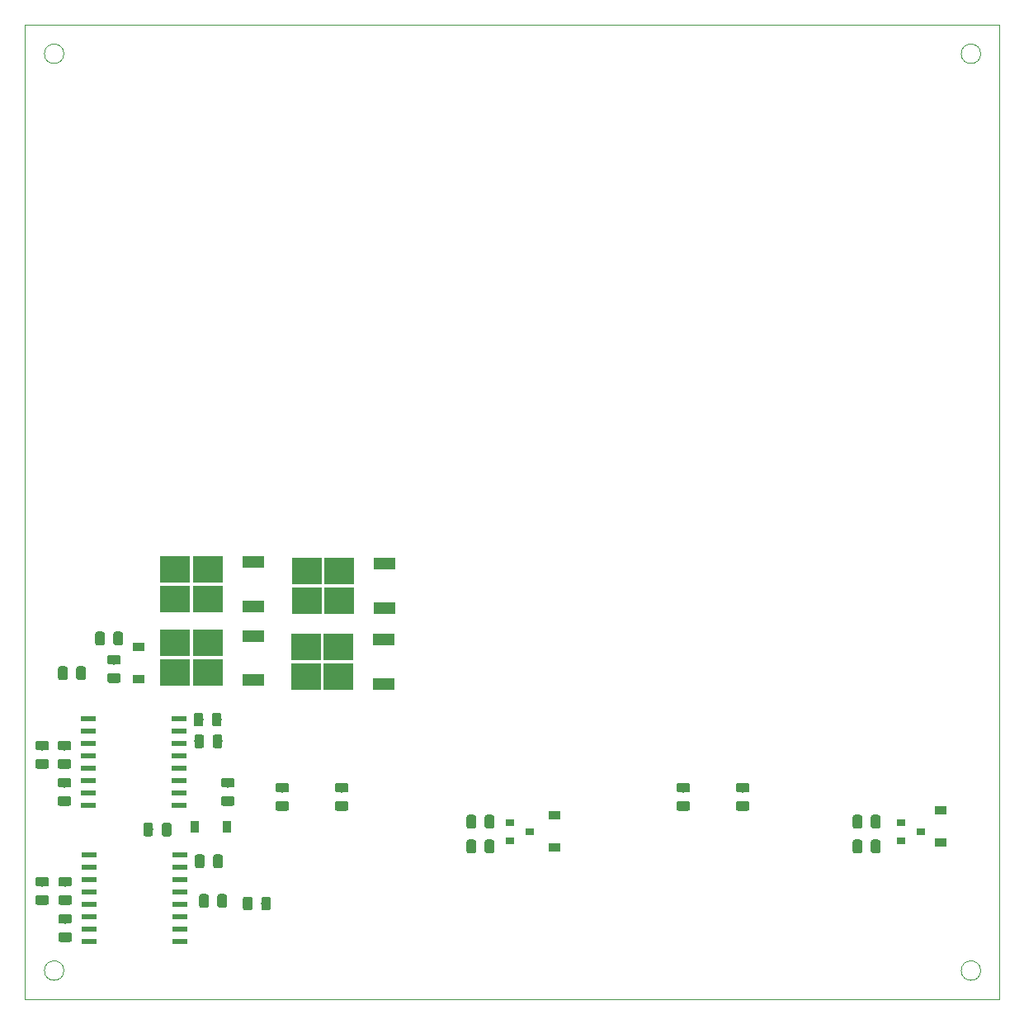
<source format=gbr>
%TF.GenerationSoftware,KiCad,Pcbnew,(5.0.0)*%
%TF.CreationDate,2020-03-24T12:13:02+01:00*%
%TF.ProjectId,Schaltplan_Modul3,536368616C74706C616E5F4D6F64756C,rev?*%
%TF.SameCoordinates,Original*%
%TF.FileFunction,Paste,Top*%
%TF.FilePolarity,Positive*%
%FSLAX46Y46*%
G04 Gerber Fmt 4.6, Leading zero omitted, Abs format (unit mm)*
G04 Created by KiCad (PCBNEW (5.0.0)) date 03/24/20 12:13:02*
%MOMM*%
%LPD*%
G01*
G04 APERTURE LIST*
%ADD10C,0.100000*%
%ADD11C,0.150000*%
%ADD12C,0.975000*%
%ADD13R,0.900000X0.800000*%
%ADD14R,1.200000X0.900000*%
%ADD15R,3.050000X2.750000*%
%ADD16R,2.200000X1.200000*%
%ADD17R,1.500000X0.600000*%
%ADD18R,0.900000X1.200000*%
G04 APERTURE END LIST*
D10*
X94856000Y-142720000D02*
G75*
G03X94856000Y-142720000I-1000000J0D01*
G01*
X188932000Y-142720000D02*
G75*
G03X188932000Y-142720000I-1000000J0D01*
G01*
X188932000Y-48644000D02*
G75*
G03X188932000Y-48644000I-1000000J0D01*
G01*
X94856000Y-48644000D02*
G75*
G03X94856000Y-48644000I-1000000J0D01*
G01*
X190856000Y-45644000D02*
X190856000Y-145644000D01*
X90856000Y-45644000D02*
X90856000Y-145644000D01*
X90856000Y-145644000D02*
X190856000Y-145644000D01*
X90856000Y-45644000D02*
X190856000Y-45644000D01*
D11*
%TO.C,R16*%
G36*
X109011142Y-118495174D02*
X109034803Y-118498684D01*
X109058007Y-118504496D01*
X109080529Y-118512554D01*
X109102153Y-118522782D01*
X109122670Y-118535079D01*
X109141883Y-118549329D01*
X109159607Y-118565393D01*
X109175671Y-118583117D01*
X109189921Y-118602330D01*
X109202218Y-118622847D01*
X109212446Y-118644471D01*
X109220504Y-118666993D01*
X109226316Y-118690197D01*
X109229826Y-118713858D01*
X109231000Y-118737750D01*
X109231000Y-119650250D01*
X109229826Y-119674142D01*
X109226316Y-119697803D01*
X109220504Y-119721007D01*
X109212446Y-119743529D01*
X109202218Y-119765153D01*
X109189921Y-119785670D01*
X109175671Y-119804883D01*
X109159607Y-119822607D01*
X109141883Y-119838671D01*
X109122670Y-119852921D01*
X109102153Y-119865218D01*
X109080529Y-119875446D01*
X109058007Y-119883504D01*
X109034803Y-119889316D01*
X109011142Y-119892826D01*
X108987250Y-119894000D01*
X108499750Y-119894000D01*
X108475858Y-119892826D01*
X108452197Y-119889316D01*
X108428993Y-119883504D01*
X108406471Y-119875446D01*
X108384847Y-119865218D01*
X108364330Y-119852921D01*
X108345117Y-119838671D01*
X108327393Y-119822607D01*
X108311329Y-119804883D01*
X108297079Y-119785670D01*
X108284782Y-119765153D01*
X108274554Y-119743529D01*
X108266496Y-119721007D01*
X108260684Y-119697803D01*
X108257174Y-119674142D01*
X108256000Y-119650250D01*
X108256000Y-118737750D01*
X108257174Y-118713858D01*
X108260684Y-118690197D01*
X108266496Y-118666993D01*
X108274554Y-118644471D01*
X108284782Y-118622847D01*
X108297079Y-118602330D01*
X108311329Y-118583117D01*
X108327393Y-118565393D01*
X108345117Y-118549329D01*
X108364330Y-118535079D01*
X108384847Y-118522782D01*
X108406471Y-118512554D01*
X108428993Y-118504496D01*
X108452197Y-118498684D01*
X108475858Y-118495174D01*
X108499750Y-118494000D01*
X108987250Y-118494000D01*
X109011142Y-118495174D01*
X109011142Y-118495174D01*
G37*
D12*
X108743500Y-119194000D03*
D11*
G36*
X110886142Y-118495174D02*
X110909803Y-118498684D01*
X110933007Y-118504496D01*
X110955529Y-118512554D01*
X110977153Y-118522782D01*
X110997670Y-118535079D01*
X111016883Y-118549329D01*
X111034607Y-118565393D01*
X111050671Y-118583117D01*
X111064921Y-118602330D01*
X111077218Y-118622847D01*
X111087446Y-118644471D01*
X111095504Y-118666993D01*
X111101316Y-118690197D01*
X111104826Y-118713858D01*
X111106000Y-118737750D01*
X111106000Y-119650250D01*
X111104826Y-119674142D01*
X111101316Y-119697803D01*
X111095504Y-119721007D01*
X111087446Y-119743529D01*
X111077218Y-119765153D01*
X111064921Y-119785670D01*
X111050671Y-119804883D01*
X111034607Y-119822607D01*
X111016883Y-119838671D01*
X110997670Y-119852921D01*
X110977153Y-119865218D01*
X110955529Y-119875446D01*
X110933007Y-119883504D01*
X110909803Y-119889316D01*
X110886142Y-119892826D01*
X110862250Y-119894000D01*
X110374750Y-119894000D01*
X110350858Y-119892826D01*
X110327197Y-119889316D01*
X110303993Y-119883504D01*
X110281471Y-119875446D01*
X110259847Y-119865218D01*
X110239330Y-119852921D01*
X110220117Y-119838671D01*
X110202393Y-119822607D01*
X110186329Y-119804883D01*
X110172079Y-119785670D01*
X110159782Y-119765153D01*
X110149554Y-119743529D01*
X110141496Y-119721007D01*
X110135684Y-119697803D01*
X110132174Y-119674142D01*
X110131000Y-119650250D01*
X110131000Y-118737750D01*
X110132174Y-118713858D01*
X110135684Y-118690197D01*
X110141496Y-118666993D01*
X110149554Y-118644471D01*
X110159782Y-118622847D01*
X110172079Y-118602330D01*
X110186329Y-118583117D01*
X110202393Y-118565393D01*
X110220117Y-118549329D01*
X110239330Y-118535079D01*
X110259847Y-118522782D01*
X110281471Y-118512554D01*
X110303993Y-118504496D01*
X110327197Y-118498684D01*
X110350858Y-118495174D01*
X110374750Y-118494000D01*
X110862250Y-118494000D01*
X110886142Y-118495174D01*
X110886142Y-118495174D01*
G37*
D12*
X110618500Y-119194000D03*
%TD*%
D11*
%TO.C,R15*%
G36*
X108936142Y-116270174D02*
X108959803Y-116273684D01*
X108983007Y-116279496D01*
X109005529Y-116287554D01*
X109027153Y-116297782D01*
X109047670Y-116310079D01*
X109066883Y-116324329D01*
X109084607Y-116340393D01*
X109100671Y-116358117D01*
X109114921Y-116377330D01*
X109127218Y-116397847D01*
X109137446Y-116419471D01*
X109145504Y-116441993D01*
X109151316Y-116465197D01*
X109154826Y-116488858D01*
X109156000Y-116512750D01*
X109156000Y-117425250D01*
X109154826Y-117449142D01*
X109151316Y-117472803D01*
X109145504Y-117496007D01*
X109137446Y-117518529D01*
X109127218Y-117540153D01*
X109114921Y-117560670D01*
X109100671Y-117579883D01*
X109084607Y-117597607D01*
X109066883Y-117613671D01*
X109047670Y-117627921D01*
X109027153Y-117640218D01*
X109005529Y-117650446D01*
X108983007Y-117658504D01*
X108959803Y-117664316D01*
X108936142Y-117667826D01*
X108912250Y-117669000D01*
X108424750Y-117669000D01*
X108400858Y-117667826D01*
X108377197Y-117664316D01*
X108353993Y-117658504D01*
X108331471Y-117650446D01*
X108309847Y-117640218D01*
X108289330Y-117627921D01*
X108270117Y-117613671D01*
X108252393Y-117597607D01*
X108236329Y-117579883D01*
X108222079Y-117560670D01*
X108209782Y-117540153D01*
X108199554Y-117518529D01*
X108191496Y-117496007D01*
X108185684Y-117472803D01*
X108182174Y-117449142D01*
X108181000Y-117425250D01*
X108181000Y-116512750D01*
X108182174Y-116488858D01*
X108185684Y-116465197D01*
X108191496Y-116441993D01*
X108199554Y-116419471D01*
X108209782Y-116397847D01*
X108222079Y-116377330D01*
X108236329Y-116358117D01*
X108252393Y-116340393D01*
X108270117Y-116324329D01*
X108289330Y-116310079D01*
X108309847Y-116297782D01*
X108331471Y-116287554D01*
X108353993Y-116279496D01*
X108377197Y-116273684D01*
X108400858Y-116270174D01*
X108424750Y-116269000D01*
X108912250Y-116269000D01*
X108936142Y-116270174D01*
X108936142Y-116270174D01*
G37*
D12*
X108668500Y-116969000D03*
D11*
G36*
X110811142Y-116270174D02*
X110834803Y-116273684D01*
X110858007Y-116279496D01*
X110880529Y-116287554D01*
X110902153Y-116297782D01*
X110922670Y-116310079D01*
X110941883Y-116324329D01*
X110959607Y-116340393D01*
X110975671Y-116358117D01*
X110989921Y-116377330D01*
X111002218Y-116397847D01*
X111012446Y-116419471D01*
X111020504Y-116441993D01*
X111026316Y-116465197D01*
X111029826Y-116488858D01*
X111031000Y-116512750D01*
X111031000Y-117425250D01*
X111029826Y-117449142D01*
X111026316Y-117472803D01*
X111020504Y-117496007D01*
X111012446Y-117518529D01*
X111002218Y-117540153D01*
X110989921Y-117560670D01*
X110975671Y-117579883D01*
X110959607Y-117597607D01*
X110941883Y-117613671D01*
X110922670Y-117627921D01*
X110902153Y-117640218D01*
X110880529Y-117650446D01*
X110858007Y-117658504D01*
X110834803Y-117664316D01*
X110811142Y-117667826D01*
X110787250Y-117669000D01*
X110299750Y-117669000D01*
X110275858Y-117667826D01*
X110252197Y-117664316D01*
X110228993Y-117658504D01*
X110206471Y-117650446D01*
X110184847Y-117640218D01*
X110164330Y-117627921D01*
X110145117Y-117613671D01*
X110127393Y-117597607D01*
X110111329Y-117579883D01*
X110097079Y-117560670D01*
X110084782Y-117540153D01*
X110074554Y-117518529D01*
X110066496Y-117496007D01*
X110060684Y-117472803D01*
X110057174Y-117449142D01*
X110056000Y-117425250D01*
X110056000Y-116512750D01*
X110057174Y-116488858D01*
X110060684Y-116465197D01*
X110066496Y-116441993D01*
X110074554Y-116419471D01*
X110084782Y-116397847D01*
X110097079Y-116377330D01*
X110111329Y-116358117D01*
X110127393Y-116340393D01*
X110145117Y-116324329D01*
X110164330Y-116310079D01*
X110184847Y-116297782D01*
X110206471Y-116287554D01*
X110228993Y-116279496D01*
X110252197Y-116273684D01*
X110275858Y-116270174D01*
X110299750Y-116269000D01*
X110787250Y-116269000D01*
X110811142Y-116270174D01*
X110811142Y-116270174D01*
G37*
D12*
X110543500Y-116969000D03*
%TD*%
D11*
%TO.C,R4*%
G36*
X109060642Y-130797174D02*
X109084303Y-130800684D01*
X109107507Y-130806496D01*
X109130029Y-130814554D01*
X109151653Y-130824782D01*
X109172170Y-130837079D01*
X109191383Y-130851329D01*
X109209107Y-130867393D01*
X109225171Y-130885117D01*
X109239421Y-130904330D01*
X109251718Y-130924847D01*
X109261946Y-130946471D01*
X109270004Y-130968993D01*
X109275816Y-130992197D01*
X109279326Y-131015858D01*
X109280500Y-131039750D01*
X109280500Y-131952250D01*
X109279326Y-131976142D01*
X109275816Y-131999803D01*
X109270004Y-132023007D01*
X109261946Y-132045529D01*
X109251718Y-132067153D01*
X109239421Y-132087670D01*
X109225171Y-132106883D01*
X109209107Y-132124607D01*
X109191383Y-132140671D01*
X109172170Y-132154921D01*
X109151653Y-132167218D01*
X109130029Y-132177446D01*
X109107507Y-132185504D01*
X109084303Y-132191316D01*
X109060642Y-132194826D01*
X109036750Y-132196000D01*
X108549250Y-132196000D01*
X108525358Y-132194826D01*
X108501697Y-132191316D01*
X108478493Y-132185504D01*
X108455971Y-132177446D01*
X108434347Y-132167218D01*
X108413830Y-132154921D01*
X108394617Y-132140671D01*
X108376893Y-132124607D01*
X108360829Y-132106883D01*
X108346579Y-132087670D01*
X108334282Y-132067153D01*
X108324054Y-132045529D01*
X108315996Y-132023007D01*
X108310184Y-131999803D01*
X108306674Y-131976142D01*
X108305500Y-131952250D01*
X108305500Y-131039750D01*
X108306674Y-131015858D01*
X108310184Y-130992197D01*
X108315996Y-130968993D01*
X108324054Y-130946471D01*
X108334282Y-130924847D01*
X108346579Y-130904330D01*
X108360829Y-130885117D01*
X108376893Y-130867393D01*
X108394617Y-130851329D01*
X108413830Y-130837079D01*
X108434347Y-130824782D01*
X108455971Y-130814554D01*
X108478493Y-130806496D01*
X108501697Y-130800684D01*
X108525358Y-130797174D01*
X108549250Y-130796000D01*
X109036750Y-130796000D01*
X109060642Y-130797174D01*
X109060642Y-130797174D01*
G37*
D12*
X108793000Y-131496000D03*
D11*
G36*
X110935642Y-130797174D02*
X110959303Y-130800684D01*
X110982507Y-130806496D01*
X111005029Y-130814554D01*
X111026653Y-130824782D01*
X111047170Y-130837079D01*
X111066383Y-130851329D01*
X111084107Y-130867393D01*
X111100171Y-130885117D01*
X111114421Y-130904330D01*
X111126718Y-130924847D01*
X111136946Y-130946471D01*
X111145004Y-130968993D01*
X111150816Y-130992197D01*
X111154326Y-131015858D01*
X111155500Y-131039750D01*
X111155500Y-131952250D01*
X111154326Y-131976142D01*
X111150816Y-131999803D01*
X111145004Y-132023007D01*
X111136946Y-132045529D01*
X111126718Y-132067153D01*
X111114421Y-132087670D01*
X111100171Y-132106883D01*
X111084107Y-132124607D01*
X111066383Y-132140671D01*
X111047170Y-132154921D01*
X111026653Y-132167218D01*
X111005029Y-132177446D01*
X110982507Y-132185504D01*
X110959303Y-132191316D01*
X110935642Y-132194826D01*
X110911750Y-132196000D01*
X110424250Y-132196000D01*
X110400358Y-132194826D01*
X110376697Y-132191316D01*
X110353493Y-132185504D01*
X110330971Y-132177446D01*
X110309347Y-132167218D01*
X110288830Y-132154921D01*
X110269617Y-132140671D01*
X110251893Y-132124607D01*
X110235829Y-132106883D01*
X110221579Y-132087670D01*
X110209282Y-132067153D01*
X110199054Y-132045529D01*
X110190996Y-132023007D01*
X110185184Y-131999803D01*
X110181674Y-131976142D01*
X110180500Y-131952250D01*
X110180500Y-131039750D01*
X110181674Y-131015858D01*
X110185184Y-130992197D01*
X110190996Y-130968993D01*
X110199054Y-130946471D01*
X110209282Y-130924847D01*
X110221579Y-130904330D01*
X110235829Y-130885117D01*
X110251893Y-130867393D01*
X110269617Y-130851329D01*
X110288830Y-130837079D01*
X110309347Y-130824782D01*
X110330971Y-130814554D01*
X110353493Y-130806496D01*
X110376697Y-130800684D01*
X110400358Y-130797174D01*
X110424250Y-130796000D01*
X110911750Y-130796000D01*
X110935642Y-130797174D01*
X110935642Y-130797174D01*
G37*
D12*
X110668000Y-131496000D03*
%TD*%
D11*
%TO.C,R3*%
G36*
X109490142Y-134861174D02*
X109513803Y-134864684D01*
X109537007Y-134870496D01*
X109559529Y-134878554D01*
X109581153Y-134888782D01*
X109601670Y-134901079D01*
X109620883Y-134915329D01*
X109638607Y-134931393D01*
X109654671Y-134949117D01*
X109668921Y-134968330D01*
X109681218Y-134988847D01*
X109691446Y-135010471D01*
X109699504Y-135032993D01*
X109705316Y-135056197D01*
X109708826Y-135079858D01*
X109710000Y-135103750D01*
X109710000Y-136016250D01*
X109708826Y-136040142D01*
X109705316Y-136063803D01*
X109699504Y-136087007D01*
X109691446Y-136109529D01*
X109681218Y-136131153D01*
X109668921Y-136151670D01*
X109654671Y-136170883D01*
X109638607Y-136188607D01*
X109620883Y-136204671D01*
X109601670Y-136218921D01*
X109581153Y-136231218D01*
X109559529Y-136241446D01*
X109537007Y-136249504D01*
X109513803Y-136255316D01*
X109490142Y-136258826D01*
X109466250Y-136260000D01*
X108978750Y-136260000D01*
X108954858Y-136258826D01*
X108931197Y-136255316D01*
X108907993Y-136249504D01*
X108885471Y-136241446D01*
X108863847Y-136231218D01*
X108843330Y-136218921D01*
X108824117Y-136204671D01*
X108806393Y-136188607D01*
X108790329Y-136170883D01*
X108776079Y-136151670D01*
X108763782Y-136131153D01*
X108753554Y-136109529D01*
X108745496Y-136087007D01*
X108739684Y-136063803D01*
X108736174Y-136040142D01*
X108735000Y-136016250D01*
X108735000Y-135103750D01*
X108736174Y-135079858D01*
X108739684Y-135056197D01*
X108745496Y-135032993D01*
X108753554Y-135010471D01*
X108763782Y-134988847D01*
X108776079Y-134968330D01*
X108790329Y-134949117D01*
X108806393Y-134931393D01*
X108824117Y-134915329D01*
X108843330Y-134901079D01*
X108863847Y-134888782D01*
X108885471Y-134878554D01*
X108907993Y-134870496D01*
X108931197Y-134864684D01*
X108954858Y-134861174D01*
X108978750Y-134860000D01*
X109466250Y-134860000D01*
X109490142Y-134861174D01*
X109490142Y-134861174D01*
G37*
D12*
X109222500Y-135560000D03*
D11*
G36*
X111365142Y-134861174D02*
X111388803Y-134864684D01*
X111412007Y-134870496D01*
X111434529Y-134878554D01*
X111456153Y-134888782D01*
X111476670Y-134901079D01*
X111495883Y-134915329D01*
X111513607Y-134931393D01*
X111529671Y-134949117D01*
X111543921Y-134968330D01*
X111556218Y-134988847D01*
X111566446Y-135010471D01*
X111574504Y-135032993D01*
X111580316Y-135056197D01*
X111583826Y-135079858D01*
X111585000Y-135103750D01*
X111585000Y-136016250D01*
X111583826Y-136040142D01*
X111580316Y-136063803D01*
X111574504Y-136087007D01*
X111566446Y-136109529D01*
X111556218Y-136131153D01*
X111543921Y-136151670D01*
X111529671Y-136170883D01*
X111513607Y-136188607D01*
X111495883Y-136204671D01*
X111476670Y-136218921D01*
X111456153Y-136231218D01*
X111434529Y-136241446D01*
X111412007Y-136249504D01*
X111388803Y-136255316D01*
X111365142Y-136258826D01*
X111341250Y-136260000D01*
X110853750Y-136260000D01*
X110829858Y-136258826D01*
X110806197Y-136255316D01*
X110782993Y-136249504D01*
X110760471Y-136241446D01*
X110738847Y-136231218D01*
X110718330Y-136218921D01*
X110699117Y-136204671D01*
X110681393Y-136188607D01*
X110665329Y-136170883D01*
X110651079Y-136151670D01*
X110638782Y-136131153D01*
X110628554Y-136109529D01*
X110620496Y-136087007D01*
X110614684Y-136063803D01*
X110611174Y-136040142D01*
X110610000Y-136016250D01*
X110610000Y-135103750D01*
X110611174Y-135079858D01*
X110614684Y-135056197D01*
X110620496Y-135032993D01*
X110628554Y-135010471D01*
X110638782Y-134988847D01*
X110651079Y-134968330D01*
X110665329Y-134949117D01*
X110681393Y-134931393D01*
X110699117Y-134915329D01*
X110718330Y-134901079D01*
X110738847Y-134888782D01*
X110760471Y-134878554D01*
X110782993Y-134870496D01*
X110806197Y-134864684D01*
X110829858Y-134861174D01*
X110853750Y-134860000D01*
X111341250Y-134860000D01*
X111365142Y-134861174D01*
X111365142Y-134861174D01*
G37*
D12*
X111097500Y-135560000D03*
%TD*%
D11*
%TO.C,R14*%
G36*
X136922142Y-126733174D02*
X136945803Y-126736684D01*
X136969007Y-126742496D01*
X136991529Y-126750554D01*
X137013153Y-126760782D01*
X137033670Y-126773079D01*
X137052883Y-126787329D01*
X137070607Y-126803393D01*
X137086671Y-126821117D01*
X137100921Y-126840330D01*
X137113218Y-126860847D01*
X137123446Y-126882471D01*
X137131504Y-126904993D01*
X137137316Y-126928197D01*
X137140826Y-126951858D01*
X137142000Y-126975750D01*
X137142000Y-127888250D01*
X137140826Y-127912142D01*
X137137316Y-127935803D01*
X137131504Y-127959007D01*
X137123446Y-127981529D01*
X137113218Y-128003153D01*
X137100921Y-128023670D01*
X137086671Y-128042883D01*
X137070607Y-128060607D01*
X137052883Y-128076671D01*
X137033670Y-128090921D01*
X137013153Y-128103218D01*
X136991529Y-128113446D01*
X136969007Y-128121504D01*
X136945803Y-128127316D01*
X136922142Y-128130826D01*
X136898250Y-128132000D01*
X136410750Y-128132000D01*
X136386858Y-128130826D01*
X136363197Y-128127316D01*
X136339993Y-128121504D01*
X136317471Y-128113446D01*
X136295847Y-128103218D01*
X136275330Y-128090921D01*
X136256117Y-128076671D01*
X136238393Y-128060607D01*
X136222329Y-128042883D01*
X136208079Y-128023670D01*
X136195782Y-128003153D01*
X136185554Y-127981529D01*
X136177496Y-127959007D01*
X136171684Y-127935803D01*
X136168174Y-127912142D01*
X136167000Y-127888250D01*
X136167000Y-126975750D01*
X136168174Y-126951858D01*
X136171684Y-126928197D01*
X136177496Y-126904993D01*
X136185554Y-126882471D01*
X136195782Y-126860847D01*
X136208079Y-126840330D01*
X136222329Y-126821117D01*
X136238393Y-126803393D01*
X136256117Y-126787329D01*
X136275330Y-126773079D01*
X136295847Y-126760782D01*
X136317471Y-126750554D01*
X136339993Y-126742496D01*
X136363197Y-126736684D01*
X136386858Y-126733174D01*
X136410750Y-126732000D01*
X136898250Y-126732000D01*
X136922142Y-126733174D01*
X136922142Y-126733174D01*
G37*
D12*
X136654500Y-127432000D03*
D11*
G36*
X138797142Y-126733174D02*
X138820803Y-126736684D01*
X138844007Y-126742496D01*
X138866529Y-126750554D01*
X138888153Y-126760782D01*
X138908670Y-126773079D01*
X138927883Y-126787329D01*
X138945607Y-126803393D01*
X138961671Y-126821117D01*
X138975921Y-126840330D01*
X138988218Y-126860847D01*
X138998446Y-126882471D01*
X139006504Y-126904993D01*
X139012316Y-126928197D01*
X139015826Y-126951858D01*
X139017000Y-126975750D01*
X139017000Y-127888250D01*
X139015826Y-127912142D01*
X139012316Y-127935803D01*
X139006504Y-127959007D01*
X138998446Y-127981529D01*
X138988218Y-128003153D01*
X138975921Y-128023670D01*
X138961671Y-128042883D01*
X138945607Y-128060607D01*
X138927883Y-128076671D01*
X138908670Y-128090921D01*
X138888153Y-128103218D01*
X138866529Y-128113446D01*
X138844007Y-128121504D01*
X138820803Y-128127316D01*
X138797142Y-128130826D01*
X138773250Y-128132000D01*
X138285750Y-128132000D01*
X138261858Y-128130826D01*
X138238197Y-128127316D01*
X138214993Y-128121504D01*
X138192471Y-128113446D01*
X138170847Y-128103218D01*
X138150330Y-128090921D01*
X138131117Y-128076671D01*
X138113393Y-128060607D01*
X138097329Y-128042883D01*
X138083079Y-128023670D01*
X138070782Y-128003153D01*
X138060554Y-127981529D01*
X138052496Y-127959007D01*
X138046684Y-127935803D01*
X138043174Y-127912142D01*
X138042000Y-127888250D01*
X138042000Y-126975750D01*
X138043174Y-126951858D01*
X138046684Y-126928197D01*
X138052496Y-126904993D01*
X138060554Y-126882471D01*
X138070782Y-126860847D01*
X138083079Y-126840330D01*
X138097329Y-126821117D01*
X138113393Y-126803393D01*
X138131117Y-126787329D01*
X138150330Y-126773079D01*
X138170847Y-126760782D01*
X138192471Y-126750554D01*
X138214993Y-126742496D01*
X138238197Y-126736684D01*
X138261858Y-126733174D01*
X138285750Y-126732000D01*
X138773250Y-126732000D01*
X138797142Y-126733174D01*
X138797142Y-126733174D01*
G37*
D12*
X138529500Y-127432000D03*
%TD*%
D11*
%TO.C,R9*%
G36*
X178421142Y-129273174D02*
X178444803Y-129276684D01*
X178468007Y-129282496D01*
X178490529Y-129290554D01*
X178512153Y-129300782D01*
X178532670Y-129313079D01*
X178551883Y-129327329D01*
X178569607Y-129343393D01*
X178585671Y-129361117D01*
X178599921Y-129380330D01*
X178612218Y-129400847D01*
X178622446Y-129422471D01*
X178630504Y-129444993D01*
X178636316Y-129468197D01*
X178639826Y-129491858D01*
X178641000Y-129515750D01*
X178641000Y-130428250D01*
X178639826Y-130452142D01*
X178636316Y-130475803D01*
X178630504Y-130499007D01*
X178622446Y-130521529D01*
X178612218Y-130543153D01*
X178599921Y-130563670D01*
X178585671Y-130582883D01*
X178569607Y-130600607D01*
X178551883Y-130616671D01*
X178532670Y-130630921D01*
X178512153Y-130643218D01*
X178490529Y-130653446D01*
X178468007Y-130661504D01*
X178444803Y-130667316D01*
X178421142Y-130670826D01*
X178397250Y-130672000D01*
X177909750Y-130672000D01*
X177885858Y-130670826D01*
X177862197Y-130667316D01*
X177838993Y-130661504D01*
X177816471Y-130653446D01*
X177794847Y-130643218D01*
X177774330Y-130630921D01*
X177755117Y-130616671D01*
X177737393Y-130600607D01*
X177721329Y-130582883D01*
X177707079Y-130563670D01*
X177694782Y-130543153D01*
X177684554Y-130521529D01*
X177676496Y-130499007D01*
X177670684Y-130475803D01*
X177667174Y-130452142D01*
X177666000Y-130428250D01*
X177666000Y-129515750D01*
X177667174Y-129491858D01*
X177670684Y-129468197D01*
X177676496Y-129444993D01*
X177684554Y-129422471D01*
X177694782Y-129400847D01*
X177707079Y-129380330D01*
X177721329Y-129361117D01*
X177737393Y-129343393D01*
X177755117Y-129327329D01*
X177774330Y-129313079D01*
X177794847Y-129300782D01*
X177816471Y-129290554D01*
X177838993Y-129282496D01*
X177862197Y-129276684D01*
X177885858Y-129273174D01*
X177909750Y-129272000D01*
X178397250Y-129272000D01*
X178421142Y-129273174D01*
X178421142Y-129273174D01*
G37*
D12*
X178153500Y-129972000D03*
D11*
G36*
X176546142Y-129273174D02*
X176569803Y-129276684D01*
X176593007Y-129282496D01*
X176615529Y-129290554D01*
X176637153Y-129300782D01*
X176657670Y-129313079D01*
X176676883Y-129327329D01*
X176694607Y-129343393D01*
X176710671Y-129361117D01*
X176724921Y-129380330D01*
X176737218Y-129400847D01*
X176747446Y-129422471D01*
X176755504Y-129444993D01*
X176761316Y-129468197D01*
X176764826Y-129491858D01*
X176766000Y-129515750D01*
X176766000Y-130428250D01*
X176764826Y-130452142D01*
X176761316Y-130475803D01*
X176755504Y-130499007D01*
X176747446Y-130521529D01*
X176737218Y-130543153D01*
X176724921Y-130563670D01*
X176710671Y-130582883D01*
X176694607Y-130600607D01*
X176676883Y-130616671D01*
X176657670Y-130630921D01*
X176637153Y-130643218D01*
X176615529Y-130653446D01*
X176593007Y-130661504D01*
X176569803Y-130667316D01*
X176546142Y-130670826D01*
X176522250Y-130672000D01*
X176034750Y-130672000D01*
X176010858Y-130670826D01*
X175987197Y-130667316D01*
X175963993Y-130661504D01*
X175941471Y-130653446D01*
X175919847Y-130643218D01*
X175899330Y-130630921D01*
X175880117Y-130616671D01*
X175862393Y-130600607D01*
X175846329Y-130582883D01*
X175832079Y-130563670D01*
X175819782Y-130543153D01*
X175809554Y-130521529D01*
X175801496Y-130499007D01*
X175795684Y-130475803D01*
X175792174Y-130452142D01*
X175791000Y-130428250D01*
X175791000Y-129515750D01*
X175792174Y-129491858D01*
X175795684Y-129468197D01*
X175801496Y-129444993D01*
X175809554Y-129422471D01*
X175819782Y-129400847D01*
X175832079Y-129380330D01*
X175846329Y-129361117D01*
X175862393Y-129343393D01*
X175880117Y-129327329D01*
X175899330Y-129313079D01*
X175919847Y-129300782D01*
X175941471Y-129290554D01*
X175963993Y-129282496D01*
X175987197Y-129276684D01*
X176010858Y-129273174D01*
X176034750Y-129272000D01*
X176522250Y-129272000D01*
X176546142Y-129273174D01*
X176546142Y-129273174D01*
G37*
D12*
X176278500Y-129972000D03*
%TD*%
D11*
%TO.C,R10*%
G36*
X176546142Y-126733174D02*
X176569803Y-126736684D01*
X176593007Y-126742496D01*
X176615529Y-126750554D01*
X176637153Y-126760782D01*
X176657670Y-126773079D01*
X176676883Y-126787329D01*
X176694607Y-126803393D01*
X176710671Y-126821117D01*
X176724921Y-126840330D01*
X176737218Y-126860847D01*
X176747446Y-126882471D01*
X176755504Y-126904993D01*
X176761316Y-126928197D01*
X176764826Y-126951858D01*
X176766000Y-126975750D01*
X176766000Y-127888250D01*
X176764826Y-127912142D01*
X176761316Y-127935803D01*
X176755504Y-127959007D01*
X176747446Y-127981529D01*
X176737218Y-128003153D01*
X176724921Y-128023670D01*
X176710671Y-128042883D01*
X176694607Y-128060607D01*
X176676883Y-128076671D01*
X176657670Y-128090921D01*
X176637153Y-128103218D01*
X176615529Y-128113446D01*
X176593007Y-128121504D01*
X176569803Y-128127316D01*
X176546142Y-128130826D01*
X176522250Y-128132000D01*
X176034750Y-128132000D01*
X176010858Y-128130826D01*
X175987197Y-128127316D01*
X175963993Y-128121504D01*
X175941471Y-128113446D01*
X175919847Y-128103218D01*
X175899330Y-128090921D01*
X175880117Y-128076671D01*
X175862393Y-128060607D01*
X175846329Y-128042883D01*
X175832079Y-128023670D01*
X175819782Y-128003153D01*
X175809554Y-127981529D01*
X175801496Y-127959007D01*
X175795684Y-127935803D01*
X175792174Y-127912142D01*
X175791000Y-127888250D01*
X175791000Y-126975750D01*
X175792174Y-126951858D01*
X175795684Y-126928197D01*
X175801496Y-126904993D01*
X175809554Y-126882471D01*
X175819782Y-126860847D01*
X175832079Y-126840330D01*
X175846329Y-126821117D01*
X175862393Y-126803393D01*
X175880117Y-126787329D01*
X175899330Y-126773079D01*
X175919847Y-126760782D01*
X175941471Y-126750554D01*
X175963993Y-126742496D01*
X175987197Y-126736684D01*
X176010858Y-126733174D01*
X176034750Y-126732000D01*
X176522250Y-126732000D01*
X176546142Y-126733174D01*
X176546142Y-126733174D01*
G37*
D12*
X176278500Y-127432000D03*
D11*
G36*
X178421142Y-126733174D02*
X178444803Y-126736684D01*
X178468007Y-126742496D01*
X178490529Y-126750554D01*
X178512153Y-126760782D01*
X178532670Y-126773079D01*
X178551883Y-126787329D01*
X178569607Y-126803393D01*
X178585671Y-126821117D01*
X178599921Y-126840330D01*
X178612218Y-126860847D01*
X178622446Y-126882471D01*
X178630504Y-126904993D01*
X178636316Y-126928197D01*
X178639826Y-126951858D01*
X178641000Y-126975750D01*
X178641000Y-127888250D01*
X178639826Y-127912142D01*
X178636316Y-127935803D01*
X178630504Y-127959007D01*
X178622446Y-127981529D01*
X178612218Y-128003153D01*
X178599921Y-128023670D01*
X178585671Y-128042883D01*
X178569607Y-128060607D01*
X178551883Y-128076671D01*
X178532670Y-128090921D01*
X178512153Y-128103218D01*
X178490529Y-128113446D01*
X178468007Y-128121504D01*
X178444803Y-128127316D01*
X178421142Y-128130826D01*
X178397250Y-128132000D01*
X177909750Y-128132000D01*
X177885858Y-128130826D01*
X177862197Y-128127316D01*
X177838993Y-128121504D01*
X177816471Y-128113446D01*
X177794847Y-128103218D01*
X177774330Y-128090921D01*
X177755117Y-128076671D01*
X177737393Y-128060607D01*
X177721329Y-128042883D01*
X177707079Y-128023670D01*
X177694782Y-128003153D01*
X177684554Y-127981529D01*
X177676496Y-127959007D01*
X177670684Y-127935803D01*
X177667174Y-127912142D01*
X177666000Y-127888250D01*
X177666000Y-126975750D01*
X177667174Y-126951858D01*
X177670684Y-126928197D01*
X177676496Y-126904993D01*
X177684554Y-126882471D01*
X177694782Y-126860847D01*
X177707079Y-126840330D01*
X177721329Y-126821117D01*
X177737393Y-126803393D01*
X177755117Y-126787329D01*
X177774330Y-126773079D01*
X177794847Y-126760782D01*
X177816471Y-126750554D01*
X177838993Y-126742496D01*
X177862197Y-126736684D01*
X177885858Y-126733174D01*
X177909750Y-126732000D01*
X178397250Y-126732000D01*
X178421142Y-126733174D01*
X178421142Y-126733174D01*
G37*
D12*
X178153500Y-127432000D03*
%TD*%
D11*
%TO.C,R11*%
G36*
X123848142Y-125343174D02*
X123871803Y-125346684D01*
X123895007Y-125352496D01*
X123917529Y-125360554D01*
X123939153Y-125370782D01*
X123959670Y-125383079D01*
X123978883Y-125397329D01*
X123996607Y-125413393D01*
X124012671Y-125431117D01*
X124026921Y-125450330D01*
X124039218Y-125470847D01*
X124049446Y-125492471D01*
X124057504Y-125514993D01*
X124063316Y-125538197D01*
X124066826Y-125561858D01*
X124068000Y-125585750D01*
X124068000Y-126073250D01*
X124066826Y-126097142D01*
X124063316Y-126120803D01*
X124057504Y-126144007D01*
X124049446Y-126166529D01*
X124039218Y-126188153D01*
X124026921Y-126208670D01*
X124012671Y-126227883D01*
X123996607Y-126245607D01*
X123978883Y-126261671D01*
X123959670Y-126275921D01*
X123939153Y-126288218D01*
X123917529Y-126298446D01*
X123895007Y-126306504D01*
X123871803Y-126312316D01*
X123848142Y-126315826D01*
X123824250Y-126317000D01*
X122911750Y-126317000D01*
X122887858Y-126315826D01*
X122864197Y-126312316D01*
X122840993Y-126306504D01*
X122818471Y-126298446D01*
X122796847Y-126288218D01*
X122776330Y-126275921D01*
X122757117Y-126261671D01*
X122739393Y-126245607D01*
X122723329Y-126227883D01*
X122709079Y-126208670D01*
X122696782Y-126188153D01*
X122686554Y-126166529D01*
X122678496Y-126144007D01*
X122672684Y-126120803D01*
X122669174Y-126097142D01*
X122668000Y-126073250D01*
X122668000Y-125585750D01*
X122669174Y-125561858D01*
X122672684Y-125538197D01*
X122678496Y-125514993D01*
X122686554Y-125492471D01*
X122696782Y-125470847D01*
X122709079Y-125450330D01*
X122723329Y-125431117D01*
X122739393Y-125413393D01*
X122757117Y-125397329D01*
X122776330Y-125383079D01*
X122796847Y-125370782D01*
X122818471Y-125360554D01*
X122840993Y-125352496D01*
X122864197Y-125346684D01*
X122887858Y-125343174D01*
X122911750Y-125342000D01*
X123824250Y-125342000D01*
X123848142Y-125343174D01*
X123848142Y-125343174D01*
G37*
D12*
X123368000Y-125829500D03*
D11*
G36*
X123848142Y-123468174D02*
X123871803Y-123471684D01*
X123895007Y-123477496D01*
X123917529Y-123485554D01*
X123939153Y-123495782D01*
X123959670Y-123508079D01*
X123978883Y-123522329D01*
X123996607Y-123538393D01*
X124012671Y-123556117D01*
X124026921Y-123575330D01*
X124039218Y-123595847D01*
X124049446Y-123617471D01*
X124057504Y-123639993D01*
X124063316Y-123663197D01*
X124066826Y-123686858D01*
X124068000Y-123710750D01*
X124068000Y-124198250D01*
X124066826Y-124222142D01*
X124063316Y-124245803D01*
X124057504Y-124269007D01*
X124049446Y-124291529D01*
X124039218Y-124313153D01*
X124026921Y-124333670D01*
X124012671Y-124352883D01*
X123996607Y-124370607D01*
X123978883Y-124386671D01*
X123959670Y-124400921D01*
X123939153Y-124413218D01*
X123917529Y-124423446D01*
X123895007Y-124431504D01*
X123871803Y-124437316D01*
X123848142Y-124440826D01*
X123824250Y-124442000D01*
X122911750Y-124442000D01*
X122887858Y-124440826D01*
X122864197Y-124437316D01*
X122840993Y-124431504D01*
X122818471Y-124423446D01*
X122796847Y-124413218D01*
X122776330Y-124400921D01*
X122757117Y-124386671D01*
X122739393Y-124370607D01*
X122723329Y-124352883D01*
X122709079Y-124333670D01*
X122696782Y-124313153D01*
X122686554Y-124291529D01*
X122678496Y-124269007D01*
X122672684Y-124245803D01*
X122669174Y-124222142D01*
X122668000Y-124198250D01*
X122668000Y-123710750D01*
X122669174Y-123686858D01*
X122672684Y-123663197D01*
X122678496Y-123639993D01*
X122686554Y-123617471D01*
X122696782Y-123595847D01*
X122709079Y-123575330D01*
X122723329Y-123556117D01*
X122739393Y-123538393D01*
X122757117Y-123522329D01*
X122776330Y-123508079D01*
X122796847Y-123495782D01*
X122818471Y-123485554D01*
X122840993Y-123477496D01*
X122864197Y-123471684D01*
X122887858Y-123468174D01*
X122911750Y-123467000D01*
X123824250Y-123467000D01*
X123848142Y-123468174D01*
X123848142Y-123468174D01*
G37*
D12*
X123368000Y-123954500D03*
%TD*%
D11*
%TO.C,R12*%
G36*
X164996142Y-125343174D02*
X165019803Y-125346684D01*
X165043007Y-125352496D01*
X165065529Y-125360554D01*
X165087153Y-125370782D01*
X165107670Y-125383079D01*
X165126883Y-125397329D01*
X165144607Y-125413393D01*
X165160671Y-125431117D01*
X165174921Y-125450330D01*
X165187218Y-125470847D01*
X165197446Y-125492471D01*
X165205504Y-125514993D01*
X165211316Y-125538197D01*
X165214826Y-125561858D01*
X165216000Y-125585750D01*
X165216000Y-126073250D01*
X165214826Y-126097142D01*
X165211316Y-126120803D01*
X165205504Y-126144007D01*
X165197446Y-126166529D01*
X165187218Y-126188153D01*
X165174921Y-126208670D01*
X165160671Y-126227883D01*
X165144607Y-126245607D01*
X165126883Y-126261671D01*
X165107670Y-126275921D01*
X165087153Y-126288218D01*
X165065529Y-126298446D01*
X165043007Y-126306504D01*
X165019803Y-126312316D01*
X164996142Y-126315826D01*
X164972250Y-126317000D01*
X164059750Y-126317000D01*
X164035858Y-126315826D01*
X164012197Y-126312316D01*
X163988993Y-126306504D01*
X163966471Y-126298446D01*
X163944847Y-126288218D01*
X163924330Y-126275921D01*
X163905117Y-126261671D01*
X163887393Y-126245607D01*
X163871329Y-126227883D01*
X163857079Y-126208670D01*
X163844782Y-126188153D01*
X163834554Y-126166529D01*
X163826496Y-126144007D01*
X163820684Y-126120803D01*
X163817174Y-126097142D01*
X163816000Y-126073250D01*
X163816000Y-125585750D01*
X163817174Y-125561858D01*
X163820684Y-125538197D01*
X163826496Y-125514993D01*
X163834554Y-125492471D01*
X163844782Y-125470847D01*
X163857079Y-125450330D01*
X163871329Y-125431117D01*
X163887393Y-125413393D01*
X163905117Y-125397329D01*
X163924330Y-125383079D01*
X163944847Y-125370782D01*
X163966471Y-125360554D01*
X163988993Y-125352496D01*
X164012197Y-125346684D01*
X164035858Y-125343174D01*
X164059750Y-125342000D01*
X164972250Y-125342000D01*
X164996142Y-125343174D01*
X164996142Y-125343174D01*
G37*
D12*
X164516000Y-125829500D03*
D11*
G36*
X164996142Y-123468174D02*
X165019803Y-123471684D01*
X165043007Y-123477496D01*
X165065529Y-123485554D01*
X165087153Y-123495782D01*
X165107670Y-123508079D01*
X165126883Y-123522329D01*
X165144607Y-123538393D01*
X165160671Y-123556117D01*
X165174921Y-123575330D01*
X165187218Y-123595847D01*
X165197446Y-123617471D01*
X165205504Y-123639993D01*
X165211316Y-123663197D01*
X165214826Y-123686858D01*
X165216000Y-123710750D01*
X165216000Y-124198250D01*
X165214826Y-124222142D01*
X165211316Y-124245803D01*
X165205504Y-124269007D01*
X165197446Y-124291529D01*
X165187218Y-124313153D01*
X165174921Y-124333670D01*
X165160671Y-124352883D01*
X165144607Y-124370607D01*
X165126883Y-124386671D01*
X165107670Y-124400921D01*
X165087153Y-124413218D01*
X165065529Y-124423446D01*
X165043007Y-124431504D01*
X165019803Y-124437316D01*
X164996142Y-124440826D01*
X164972250Y-124442000D01*
X164059750Y-124442000D01*
X164035858Y-124440826D01*
X164012197Y-124437316D01*
X163988993Y-124431504D01*
X163966471Y-124423446D01*
X163944847Y-124413218D01*
X163924330Y-124400921D01*
X163905117Y-124386671D01*
X163887393Y-124370607D01*
X163871329Y-124352883D01*
X163857079Y-124333670D01*
X163844782Y-124313153D01*
X163834554Y-124291529D01*
X163826496Y-124269007D01*
X163820684Y-124245803D01*
X163817174Y-124222142D01*
X163816000Y-124198250D01*
X163816000Y-123710750D01*
X163817174Y-123686858D01*
X163820684Y-123663197D01*
X163826496Y-123639993D01*
X163834554Y-123617471D01*
X163844782Y-123595847D01*
X163857079Y-123575330D01*
X163871329Y-123556117D01*
X163887393Y-123538393D01*
X163905117Y-123522329D01*
X163924330Y-123508079D01*
X163944847Y-123495782D01*
X163966471Y-123485554D01*
X163988993Y-123477496D01*
X164012197Y-123471684D01*
X164035858Y-123468174D01*
X164059750Y-123467000D01*
X164972250Y-123467000D01*
X164996142Y-123468174D01*
X164996142Y-123468174D01*
G37*
D12*
X164516000Y-123954500D03*
%TD*%
D11*
%TO.C,R13*%
G36*
X138797142Y-129273174D02*
X138820803Y-129276684D01*
X138844007Y-129282496D01*
X138866529Y-129290554D01*
X138888153Y-129300782D01*
X138908670Y-129313079D01*
X138927883Y-129327329D01*
X138945607Y-129343393D01*
X138961671Y-129361117D01*
X138975921Y-129380330D01*
X138988218Y-129400847D01*
X138998446Y-129422471D01*
X139006504Y-129444993D01*
X139012316Y-129468197D01*
X139015826Y-129491858D01*
X139017000Y-129515750D01*
X139017000Y-130428250D01*
X139015826Y-130452142D01*
X139012316Y-130475803D01*
X139006504Y-130499007D01*
X138998446Y-130521529D01*
X138988218Y-130543153D01*
X138975921Y-130563670D01*
X138961671Y-130582883D01*
X138945607Y-130600607D01*
X138927883Y-130616671D01*
X138908670Y-130630921D01*
X138888153Y-130643218D01*
X138866529Y-130653446D01*
X138844007Y-130661504D01*
X138820803Y-130667316D01*
X138797142Y-130670826D01*
X138773250Y-130672000D01*
X138285750Y-130672000D01*
X138261858Y-130670826D01*
X138238197Y-130667316D01*
X138214993Y-130661504D01*
X138192471Y-130653446D01*
X138170847Y-130643218D01*
X138150330Y-130630921D01*
X138131117Y-130616671D01*
X138113393Y-130600607D01*
X138097329Y-130582883D01*
X138083079Y-130563670D01*
X138070782Y-130543153D01*
X138060554Y-130521529D01*
X138052496Y-130499007D01*
X138046684Y-130475803D01*
X138043174Y-130452142D01*
X138042000Y-130428250D01*
X138042000Y-129515750D01*
X138043174Y-129491858D01*
X138046684Y-129468197D01*
X138052496Y-129444993D01*
X138060554Y-129422471D01*
X138070782Y-129400847D01*
X138083079Y-129380330D01*
X138097329Y-129361117D01*
X138113393Y-129343393D01*
X138131117Y-129327329D01*
X138150330Y-129313079D01*
X138170847Y-129300782D01*
X138192471Y-129290554D01*
X138214993Y-129282496D01*
X138238197Y-129276684D01*
X138261858Y-129273174D01*
X138285750Y-129272000D01*
X138773250Y-129272000D01*
X138797142Y-129273174D01*
X138797142Y-129273174D01*
G37*
D12*
X138529500Y-129972000D03*
D11*
G36*
X136922142Y-129273174D02*
X136945803Y-129276684D01*
X136969007Y-129282496D01*
X136991529Y-129290554D01*
X137013153Y-129300782D01*
X137033670Y-129313079D01*
X137052883Y-129327329D01*
X137070607Y-129343393D01*
X137086671Y-129361117D01*
X137100921Y-129380330D01*
X137113218Y-129400847D01*
X137123446Y-129422471D01*
X137131504Y-129444993D01*
X137137316Y-129468197D01*
X137140826Y-129491858D01*
X137142000Y-129515750D01*
X137142000Y-130428250D01*
X137140826Y-130452142D01*
X137137316Y-130475803D01*
X137131504Y-130499007D01*
X137123446Y-130521529D01*
X137113218Y-130543153D01*
X137100921Y-130563670D01*
X137086671Y-130582883D01*
X137070607Y-130600607D01*
X137052883Y-130616671D01*
X137033670Y-130630921D01*
X137013153Y-130643218D01*
X136991529Y-130653446D01*
X136969007Y-130661504D01*
X136945803Y-130667316D01*
X136922142Y-130670826D01*
X136898250Y-130672000D01*
X136410750Y-130672000D01*
X136386858Y-130670826D01*
X136363197Y-130667316D01*
X136339993Y-130661504D01*
X136317471Y-130653446D01*
X136295847Y-130643218D01*
X136275330Y-130630921D01*
X136256117Y-130616671D01*
X136238393Y-130600607D01*
X136222329Y-130582883D01*
X136208079Y-130563670D01*
X136195782Y-130543153D01*
X136185554Y-130521529D01*
X136177496Y-130499007D01*
X136171684Y-130475803D01*
X136168174Y-130452142D01*
X136167000Y-130428250D01*
X136167000Y-129515750D01*
X136168174Y-129491858D01*
X136171684Y-129468197D01*
X136177496Y-129444993D01*
X136185554Y-129422471D01*
X136195782Y-129400847D01*
X136208079Y-129380330D01*
X136222329Y-129361117D01*
X136238393Y-129343393D01*
X136256117Y-129327329D01*
X136275330Y-129313079D01*
X136295847Y-129300782D01*
X136317471Y-129290554D01*
X136339993Y-129282496D01*
X136363197Y-129276684D01*
X136386858Y-129273174D01*
X136410750Y-129272000D01*
X136898250Y-129272000D01*
X136922142Y-129273174D01*
X136922142Y-129273174D01*
G37*
D12*
X136654500Y-129972000D03*
%TD*%
D13*
%TO.C,Q10*%
X142656000Y-128448000D03*
X140656000Y-129398000D03*
X140656000Y-127498000D03*
%TD*%
%TO.C,Q9*%
X182788000Y-128448000D03*
X180788000Y-129398000D03*
X180788000Y-127498000D03*
%TD*%
D14*
%TO.C,D4*%
X145212000Y-130098000D03*
X145212000Y-126798000D03*
%TD*%
%TO.C,D3*%
X184836000Y-129590000D03*
X184836000Y-126290000D03*
%TD*%
D11*
%TO.C,C2*%
G36*
X158900142Y-125343174D02*
X158923803Y-125346684D01*
X158947007Y-125352496D01*
X158969529Y-125360554D01*
X158991153Y-125370782D01*
X159011670Y-125383079D01*
X159030883Y-125397329D01*
X159048607Y-125413393D01*
X159064671Y-125431117D01*
X159078921Y-125450330D01*
X159091218Y-125470847D01*
X159101446Y-125492471D01*
X159109504Y-125514993D01*
X159115316Y-125538197D01*
X159118826Y-125561858D01*
X159120000Y-125585750D01*
X159120000Y-126073250D01*
X159118826Y-126097142D01*
X159115316Y-126120803D01*
X159109504Y-126144007D01*
X159101446Y-126166529D01*
X159091218Y-126188153D01*
X159078921Y-126208670D01*
X159064671Y-126227883D01*
X159048607Y-126245607D01*
X159030883Y-126261671D01*
X159011670Y-126275921D01*
X158991153Y-126288218D01*
X158969529Y-126298446D01*
X158947007Y-126306504D01*
X158923803Y-126312316D01*
X158900142Y-126315826D01*
X158876250Y-126317000D01*
X157963750Y-126317000D01*
X157939858Y-126315826D01*
X157916197Y-126312316D01*
X157892993Y-126306504D01*
X157870471Y-126298446D01*
X157848847Y-126288218D01*
X157828330Y-126275921D01*
X157809117Y-126261671D01*
X157791393Y-126245607D01*
X157775329Y-126227883D01*
X157761079Y-126208670D01*
X157748782Y-126188153D01*
X157738554Y-126166529D01*
X157730496Y-126144007D01*
X157724684Y-126120803D01*
X157721174Y-126097142D01*
X157720000Y-126073250D01*
X157720000Y-125585750D01*
X157721174Y-125561858D01*
X157724684Y-125538197D01*
X157730496Y-125514993D01*
X157738554Y-125492471D01*
X157748782Y-125470847D01*
X157761079Y-125450330D01*
X157775329Y-125431117D01*
X157791393Y-125413393D01*
X157809117Y-125397329D01*
X157828330Y-125383079D01*
X157848847Y-125370782D01*
X157870471Y-125360554D01*
X157892993Y-125352496D01*
X157916197Y-125346684D01*
X157939858Y-125343174D01*
X157963750Y-125342000D01*
X158876250Y-125342000D01*
X158900142Y-125343174D01*
X158900142Y-125343174D01*
G37*
D12*
X158420000Y-125829500D03*
D11*
G36*
X158900142Y-123468174D02*
X158923803Y-123471684D01*
X158947007Y-123477496D01*
X158969529Y-123485554D01*
X158991153Y-123495782D01*
X159011670Y-123508079D01*
X159030883Y-123522329D01*
X159048607Y-123538393D01*
X159064671Y-123556117D01*
X159078921Y-123575330D01*
X159091218Y-123595847D01*
X159101446Y-123617471D01*
X159109504Y-123639993D01*
X159115316Y-123663197D01*
X159118826Y-123686858D01*
X159120000Y-123710750D01*
X159120000Y-124198250D01*
X159118826Y-124222142D01*
X159115316Y-124245803D01*
X159109504Y-124269007D01*
X159101446Y-124291529D01*
X159091218Y-124313153D01*
X159078921Y-124333670D01*
X159064671Y-124352883D01*
X159048607Y-124370607D01*
X159030883Y-124386671D01*
X159011670Y-124400921D01*
X158991153Y-124413218D01*
X158969529Y-124423446D01*
X158947007Y-124431504D01*
X158923803Y-124437316D01*
X158900142Y-124440826D01*
X158876250Y-124442000D01*
X157963750Y-124442000D01*
X157939858Y-124440826D01*
X157916197Y-124437316D01*
X157892993Y-124431504D01*
X157870471Y-124423446D01*
X157848847Y-124413218D01*
X157828330Y-124400921D01*
X157809117Y-124386671D01*
X157791393Y-124370607D01*
X157775329Y-124352883D01*
X157761079Y-124333670D01*
X157748782Y-124313153D01*
X157738554Y-124291529D01*
X157730496Y-124269007D01*
X157724684Y-124245803D01*
X157721174Y-124222142D01*
X157720000Y-124198250D01*
X157720000Y-123710750D01*
X157721174Y-123686858D01*
X157724684Y-123663197D01*
X157730496Y-123639993D01*
X157738554Y-123617471D01*
X157748782Y-123595847D01*
X157761079Y-123575330D01*
X157775329Y-123556117D01*
X157791393Y-123538393D01*
X157809117Y-123522329D01*
X157828330Y-123508079D01*
X157848847Y-123495782D01*
X157870471Y-123485554D01*
X157892993Y-123477496D01*
X157916197Y-123471684D01*
X157939858Y-123468174D01*
X157963750Y-123467000D01*
X158876250Y-123467000D01*
X158900142Y-123468174D01*
X158900142Y-123468174D01*
G37*
D12*
X158420000Y-123954500D03*
%TD*%
D11*
%TO.C,C1*%
G36*
X117752142Y-125343174D02*
X117775803Y-125346684D01*
X117799007Y-125352496D01*
X117821529Y-125360554D01*
X117843153Y-125370782D01*
X117863670Y-125383079D01*
X117882883Y-125397329D01*
X117900607Y-125413393D01*
X117916671Y-125431117D01*
X117930921Y-125450330D01*
X117943218Y-125470847D01*
X117953446Y-125492471D01*
X117961504Y-125514993D01*
X117967316Y-125538197D01*
X117970826Y-125561858D01*
X117972000Y-125585750D01*
X117972000Y-126073250D01*
X117970826Y-126097142D01*
X117967316Y-126120803D01*
X117961504Y-126144007D01*
X117953446Y-126166529D01*
X117943218Y-126188153D01*
X117930921Y-126208670D01*
X117916671Y-126227883D01*
X117900607Y-126245607D01*
X117882883Y-126261671D01*
X117863670Y-126275921D01*
X117843153Y-126288218D01*
X117821529Y-126298446D01*
X117799007Y-126306504D01*
X117775803Y-126312316D01*
X117752142Y-126315826D01*
X117728250Y-126317000D01*
X116815750Y-126317000D01*
X116791858Y-126315826D01*
X116768197Y-126312316D01*
X116744993Y-126306504D01*
X116722471Y-126298446D01*
X116700847Y-126288218D01*
X116680330Y-126275921D01*
X116661117Y-126261671D01*
X116643393Y-126245607D01*
X116627329Y-126227883D01*
X116613079Y-126208670D01*
X116600782Y-126188153D01*
X116590554Y-126166529D01*
X116582496Y-126144007D01*
X116576684Y-126120803D01*
X116573174Y-126097142D01*
X116572000Y-126073250D01*
X116572000Y-125585750D01*
X116573174Y-125561858D01*
X116576684Y-125538197D01*
X116582496Y-125514993D01*
X116590554Y-125492471D01*
X116600782Y-125470847D01*
X116613079Y-125450330D01*
X116627329Y-125431117D01*
X116643393Y-125413393D01*
X116661117Y-125397329D01*
X116680330Y-125383079D01*
X116700847Y-125370782D01*
X116722471Y-125360554D01*
X116744993Y-125352496D01*
X116768197Y-125346684D01*
X116791858Y-125343174D01*
X116815750Y-125342000D01*
X117728250Y-125342000D01*
X117752142Y-125343174D01*
X117752142Y-125343174D01*
G37*
D12*
X117272000Y-125829500D03*
D11*
G36*
X117752142Y-123468174D02*
X117775803Y-123471684D01*
X117799007Y-123477496D01*
X117821529Y-123485554D01*
X117843153Y-123495782D01*
X117863670Y-123508079D01*
X117882883Y-123522329D01*
X117900607Y-123538393D01*
X117916671Y-123556117D01*
X117930921Y-123575330D01*
X117943218Y-123595847D01*
X117953446Y-123617471D01*
X117961504Y-123639993D01*
X117967316Y-123663197D01*
X117970826Y-123686858D01*
X117972000Y-123710750D01*
X117972000Y-124198250D01*
X117970826Y-124222142D01*
X117967316Y-124245803D01*
X117961504Y-124269007D01*
X117953446Y-124291529D01*
X117943218Y-124313153D01*
X117930921Y-124333670D01*
X117916671Y-124352883D01*
X117900607Y-124370607D01*
X117882883Y-124386671D01*
X117863670Y-124400921D01*
X117843153Y-124413218D01*
X117821529Y-124423446D01*
X117799007Y-124431504D01*
X117775803Y-124437316D01*
X117752142Y-124440826D01*
X117728250Y-124442000D01*
X116815750Y-124442000D01*
X116791858Y-124440826D01*
X116768197Y-124437316D01*
X116744993Y-124431504D01*
X116722471Y-124423446D01*
X116700847Y-124413218D01*
X116680330Y-124400921D01*
X116661117Y-124386671D01*
X116643393Y-124370607D01*
X116627329Y-124352883D01*
X116613079Y-124333670D01*
X116600782Y-124313153D01*
X116590554Y-124291529D01*
X116582496Y-124269007D01*
X116576684Y-124245803D01*
X116573174Y-124222142D01*
X116572000Y-124198250D01*
X116572000Y-123710750D01*
X116573174Y-123686858D01*
X116576684Y-123663197D01*
X116582496Y-123639993D01*
X116590554Y-123617471D01*
X116600782Y-123595847D01*
X116613079Y-123575330D01*
X116627329Y-123556117D01*
X116643393Y-123538393D01*
X116661117Y-123522329D01*
X116680330Y-123508079D01*
X116700847Y-123495782D01*
X116722471Y-123485554D01*
X116744993Y-123477496D01*
X116768197Y-123471684D01*
X116791858Y-123468174D01*
X116815750Y-123467000D01*
X117728250Y-123467000D01*
X117752142Y-123468174D01*
X117752142Y-123468174D01*
G37*
D12*
X117272000Y-123954500D03*
%TD*%
D11*
%TO.C,R2*%
G36*
X95400142Y-122960174D02*
X95423803Y-122963684D01*
X95447007Y-122969496D01*
X95469529Y-122977554D01*
X95491153Y-122987782D01*
X95511670Y-123000079D01*
X95530883Y-123014329D01*
X95548607Y-123030393D01*
X95564671Y-123048117D01*
X95578921Y-123067330D01*
X95591218Y-123087847D01*
X95601446Y-123109471D01*
X95609504Y-123131993D01*
X95615316Y-123155197D01*
X95618826Y-123178858D01*
X95620000Y-123202750D01*
X95620000Y-123690250D01*
X95618826Y-123714142D01*
X95615316Y-123737803D01*
X95609504Y-123761007D01*
X95601446Y-123783529D01*
X95591218Y-123805153D01*
X95578921Y-123825670D01*
X95564671Y-123844883D01*
X95548607Y-123862607D01*
X95530883Y-123878671D01*
X95511670Y-123892921D01*
X95491153Y-123905218D01*
X95469529Y-123915446D01*
X95447007Y-123923504D01*
X95423803Y-123929316D01*
X95400142Y-123932826D01*
X95376250Y-123934000D01*
X94463750Y-123934000D01*
X94439858Y-123932826D01*
X94416197Y-123929316D01*
X94392993Y-123923504D01*
X94370471Y-123915446D01*
X94348847Y-123905218D01*
X94328330Y-123892921D01*
X94309117Y-123878671D01*
X94291393Y-123862607D01*
X94275329Y-123844883D01*
X94261079Y-123825670D01*
X94248782Y-123805153D01*
X94238554Y-123783529D01*
X94230496Y-123761007D01*
X94224684Y-123737803D01*
X94221174Y-123714142D01*
X94220000Y-123690250D01*
X94220000Y-123202750D01*
X94221174Y-123178858D01*
X94224684Y-123155197D01*
X94230496Y-123131993D01*
X94238554Y-123109471D01*
X94248782Y-123087847D01*
X94261079Y-123067330D01*
X94275329Y-123048117D01*
X94291393Y-123030393D01*
X94309117Y-123014329D01*
X94328330Y-123000079D01*
X94348847Y-122987782D01*
X94370471Y-122977554D01*
X94392993Y-122969496D01*
X94416197Y-122963684D01*
X94439858Y-122960174D01*
X94463750Y-122959000D01*
X95376250Y-122959000D01*
X95400142Y-122960174D01*
X95400142Y-122960174D01*
G37*
D12*
X94920000Y-123446500D03*
D11*
G36*
X95400142Y-124835174D02*
X95423803Y-124838684D01*
X95447007Y-124844496D01*
X95469529Y-124852554D01*
X95491153Y-124862782D01*
X95511670Y-124875079D01*
X95530883Y-124889329D01*
X95548607Y-124905393D01*
X95564671Y-124923117D01*
X95578921Y-124942330D01*
X95591218Y-124962847D01*
X95601446Y-124984471D01*
X95609504Y-125006993D01*
X95615316Y-125030197D01*
X95618826Y-125053858D01*
X95620000Y-125077750D01*
X95620000Y-125565250D01*
X95618826Y-125589142D01*
X95615316Y-125612803D01*
X95609504Y-125636007D01*
X95601446Y-125658529D01*
X95591218Y-125680153D01*
X95578921Y-125700670D01*
X95564671Y-125719883D01*
X95548607Y-125737607D01*
X95530883Y-125753671D01*
X95511670Y-125767921D01*
X95491153Y-125780218D01*
X95469529Y-125790446D01*
X95447007Y-125798504D01*
X95423803Y-125804316D01*
X95400142Y-125807826D01*
X95376250Y-125809000D01*
X94463750Y-125809000D01*
X94439858Y-125807826D01*
X94416197Y-125804316D01*
X94392993Y-125798504D01*
X94370471Y-125790446D01*
X94348847Y-125780218D01*
X94328330Y-125767921D01*
X94309117Y-125753671D01*
X94291393Y-125737607D01*
X94275329Y-125719883D01*
X94261079Y-125700670D01*
X94248782Y-125680153D01*
X94238554Y-125658529D01*
X94230496Y-125636007D01*
X94224684Y-125612803D01*
X94221174Y-125589142D01*
X94220000Y-125565250D01*
X94220000Y-125077750D01*
X94221174Y-125053858D01*
X94224684Y-125030197D01*
X94230496Y-125006993D01*
X94238554Y-124984471D01*
X94248782Y-124962847D01*
X94261079Y-124942330D01*
X94275329Y-124923117D01*
X94291393Y-124905393D01*
X94309117Y-124889329D01*
X94328330Y-124875079D01*
X94348847Y-124862782D01*
X94370471Y-124852554D01*
X94392993Y-124844496D01*
X94416197Y-124838684D01*
X94439858Y-124835174D01*
X94463750Y-124834000D01*
X95376250Y-124834000D01*
X95400142Y-124835174D01*
X95400142Y-124835174D01*
G37*
D12*
X94920000Y-125321500D03*
%TD*%
D11*
%TO.C,R1*%
G36*
X95454142Y-136930174D02*
X95477803Y-136933684D01*
X95501007Y-136939496D01*
X95523529Y-136947554D01*
X95545153Y-136957782D01*
X95565670Y-136970079D01*
X95584883Y-136984329D01*
X95602607Y-137000393D01*
X95618671Y-137018117D01*
X95632921Y-137037330D01*
X95645218Y-137057847D01*
X95655446Y-137079471D01*
X95663504Y-137101993D01*
X95669316Y-137125197D01*
X95672826Y-137148858D01*
X95674000Y-137172750D01*
X95674000Y-137660250D01*
X95672826Y-137684142D01*
X95669316Y-137707803D01*
X95663504Y-137731007D01*
X95655446Y-137753529D01*
X95645218Y-137775153D01*
X95632921Y-137795670D01*
X95618671Y-137814883D01*
X95602607Y-137832607D01*
X95584883Y-137848671D01*
X95565670Y-137862921D01*
X95545153Y-137875218D01*
X95523529Y-137885446D01*
X95501007Y-137893504D01*
X95477803Y-137899316D01*
X95454142Y-137902826D01*
X95430250Y-137904000D01*
X94517750Y-137904000D01*
X94493858Y-137902826D01*
X94470197Y-137899316D01*
X94446993Y-137893504D01*
X94424471Y-137885446D01*
X94402847Y-137875218D01*
X94382330Y-137862921D01*
X94363117Y-137848671D01*
X94345393Y-137832607D01*
X94329329Y-137814883D01*
X94315079Y-137795670D01*
X94302782Y-137775153D01*
X94292554Y-137753529D01*
X94284496Y-137731007D01*
X94278684Y-137707803D01*
X94275174Y-137684142D01*
X94274000Y-137660250D01*
X94274000Y-137172750D01*
X94275174Y-137148858D01*
X94278684Y-137125197D01*
X94284496Y-137101993D01*
X94292554Y-137079471D01*
X94302782Y-137057847D01*
X94315079Y-137037330D01*
X94329329Y-137018117D01*
X94345393Y-137000393D01*
X94363117Y-136984329D01*
X94382330Y-136970079D01*
X94402847Y-136957782D01*
X94424471Y-136947554D01*
X94446993Y-136939496D01*
X94470197Y-136933684D01*
X94493858Y-136930174D01*
X94517750Y-136929000D01*
X95430250Y-136929000D01*
X95454142Y-136930174D01*
X95454142Y-136930174D01*
G37*
D12*
X94974000Y-137416500D03*
D11*
G36*
X95454142Y-138805174D02*
X95477803Y-138808684D01*
X95501007Y-138814496D01*
X95523529Y-138822554D01*
X95545153Y-138832782D01*
X95565670Y-138845079D01*
X95584883Y-138859329D01*
X95602607Y-138875393D01*
X95618671Y-138893117D01*
X95632921Y-138912330D01*
X95645218Y-138932847D01*
X95655446Y-138954471D01*
X95663504Y-138976993D01*
X95669316Y-139000197D01*
X95672826Y-139023858D01*
X95674000Y-139047750D01*
X95674000Y-139535250D01*
X95672826Y-139559142D01*
X95669316Y-139582803D01*
X95663504Y-139606007D01*
X95655446Y-139628529D01*
X95645218Y-139650153D01*
X95632921Y-139670670D01*
X95618671Y-139689883D01*
X95602607Y-139707607D01*
X95584883Y-139723671D01*
X95565670Y-139737921D01*
X95545153Y-139750218D01*
X95523529Y-139760446D01*
X95501007Y-139768504D01*
X95477803Y-139774316D01*
X95454142Y-139777826D01*
X95430250Y-139779000D01*
X94517750Y-139779000D01*
X94493858Y-139777826D01*
X94470197Y-139774316D01*
X94446993Y-139768504D01*
X94424471Y-139760446D01*
X94402847Y-139750218D01*
X94382330Y-139737921D01*
X94363117Y-139723671D01*
X94345393Y-139707607D01*
X94329329Y-139689883D01*
X94315079Y-139670670D01*
X94302782Y-139650153D01*
X94292554Y-139628529D01*
X94284496Y-139606007D01*
X94278684Y-139582803D01*
X94275174Y-139559142D01*
X94274000Y-139535250D01*
X94274000Y-139047750D01*
X94275174Y-139023858D01*
X94278684Y-139000197D01*
X94284496Y-138976993D01*
X94292554Y-138954471D01*
X94302782Y-138932847D01*
X94315079Y-138912330D01*
X94329329Y-138893117D01*
X94345393Y-138875393D01*
X94363117Y-138859329D01*
X94382330Y-138845079D01*
X94402847Y-138832782D01*
X94424471Y-138822554D01*
X94446993Y-138814496D01*
X94470197Y-138808684D01*
X94493858Y-138805174D01*
X94517750Y-138804000D01*
X95430250Y-138804000D01*
X95454142Y-138805174D01*
X95454142Y-138805174D01*
G37*
D12*
X94974000Y-139291500D03*
%TD*%
D15*
%TO.C,Q4*%
X109631000Y-109119000D03*
X106281000Y-112169000D03*
X109631000Y-112169000D03*
X106281000Y-109119000D03*
D16*
X114256000Y-108364000D03*
X114256000Y-112924000D03*
%TD*%
D15*
%TO.C,Q3*%
X109631000Y-101519000D03*
X106281000Y-104569000D03*
X109631000Y-104569000D03*
X106281000Y-101519000D03*
D16*
X114256000Y-100764000D03*
X114256000Y-105324000D03*
%TD*%
D15*
%TO.C,Q2*%
X123031000Y-109519000D03*
X119681000Y-112569000D03*
X123031000Y-112569000D03*
X119681000Y-109519000D03*
D16*
X127656000Y-108764000D03*
X127656000Y-113324000D03*
%TD*%
D15*
%TO.C,Q1*%
X123131000Y-101719000D03*
X119781000Y-104769000D03*
X123131000Y-104769000D03*
X119781000Y-101719000D03*
D16*
X127756000Y-100964000D03*
X127756000Y-105524000D03*
%TD*%
D17*
%TO.C,U2*%
X106682000Y-116891000D03*
X106682000Y-118161000D03*
X106682000Y-119431000D03*
X106682000Y-120701000D03*
X106682000Y-121971000D03*
X106682000Y-123241000D03*
X106682000Y-124511000D03*
X106682000Y-125781000D03*
X97382000Y-125781000D03*
X97382000Y-124511000D03*
X97382000Y-123241000D03*
X97382000Y-121971000D03*
X97382000Y-120701000D03*
X97382000Y-119431000D03*
X97382000Y-118161000D03*
X97382000Y-116891000D03*
%TD*%
%TO.C,U1*%
X106736000Y-130861000D03*
X106736000Y-132131000D03*
X106736000Y-133401000D03*
X106736000Y-134671000D03*
X106736000Y-135941000D03*
X106736000Y-137211000D03*
X106736000Y-138481000D03*
X106736000Y-139751000D03*
X97436000Y-139751000D03*
X97436000Y-138481000D03*
X97436000Y-137211000D03*
X97436000Y-135941000D03*
X97436000Y-134671000D03*
X97436000Y-133401000D03*
X97436000Y-132131000D03*
X97436000Y-130861000D03*
%TD*%
D14*
%TO.C,D2*%
X102540000Y-109526000D03*
X102540000Y-112826000D03*
%TD*%
D18*
%TO.C,D1*%
X111556000Y-127940000D03*
X108256000Y-127940000D03*
%TD*%
D11*
%TO.C,C3*%
G36*
X95454142Y-134995174D02*
X95477803Y-134998684D01*
X95501007Y-135004496D01*
X95523529Y-135012554D01*
X95545153Y-135022782D01*
X95565670Y-135035079D01*
X95584883Y-135049329D01*
X95602607Y-135065393D01*
X95618671Y-135083117D01*
X95632921Y-135102330D01*
X95645218Y-135122847D01*
X95655446Y-135144471D01*
X95663504Y-135166993D01*
X95669316Y-135190197D01*
X95672826Y-135213858D01*
X95674000Y-135237750D01*
X95674000Y-135725250D01*
X95672826Y-135749142D01*
X95669316Y-135772803D01*
X95663504Y-135796007D01*
X95655446Y-135818529D01*
X95645218Y-135840153D01*
X95632921Y-135860670D01*
X95618671Y-135879883D01*
X95602607Y-135897607D01*
X95584883Y-135913671D01*
X95565670Y-135927921D01*
X95545153Y-135940218D01*
X95523529Y-135950446D01*
X95501007Y-135958504D01*
X95477803Y-135964316D01*
X95454142Y-135967826D01*
X95430250Y-135969000D01*
X94517750Y-135969000D01*
X94493858Y-135967826D01*
X94470197Y-135964316D01*
X94446993Y-135958504D01*
X94424471Y-135950446D01*
X94402847Y-135940218D01*
X94382330Y-135927921D01*
X94363117Y-135913671D01*
X94345393Y-135897607D01*
X94329329Y-135879883D01*
X94315079Y-135860670D01*
X94302782Y-135840153D01*
X94292554Y-135818529D01*
X94284496Y-135796007D01*
X94278684Y-135772803D01*
X94275174Y-135749142D01*
X94274000Y-135725250D01*
X94274000Y-135237750D01*
X94275174Y-135213858D01*
X94278684Y-135190197D01*
X94284496Y-135166993D01*
X94292554Y-135144471D01*
X94302782Y-135122847D01*
X94315079Y-135102330D01*
X94329329Y-135083117D01*
X94345393Y-135065393D01*
X94363117Y-135049329D01*
X94382330Y-135035079D01*
X94402847Y-135022782D01*
X94424471Y-135012554D01*
X94446993Y-135004496D01*
X94470197Y-134998684D01*
X94493858Y-134995174D01*
X94517750Y-134994000D01*
X95430250Y-134994000D01*
X95454142Y-134995174D01*
X95454142Y-134995174D01*
G37*
D12*
X94974000Y-135481500D03*
D11*
G36*
X95454142Y-133120174D02*
X95477803Y-133123684D01*
X95501007Y-133129496D01*
X95523529Y-133137554D01*
X95545153Y-133147782D01*
X95565670Y-133160079D01*
X95584883Y-133174329D01*
X95602607Y-133190393D01*
X95618671Y-133208117D01*
X95632921Y-133227330D01*
X95645218Y-133247847D01*
X95655446Y-133269471D01*
X95663504Y-133291993D01*
X95669316Y-133315197D01*
X95672826Y-133338858D01*
X95674000Y-133362750D01*
X95674000Y-133850250D01*
X95672826Y-133874142D01*
X95669316Y-133897803D01*
X95663504Y-133921007D01*
X95655446Y-133943529D01*
X95645218Y-133965153D01*
X95632921Y-133985670D01*
X95618671Y-134004883D01*
X95602607Y-134022607D01*
X95584883Y-134038671D01*
X95565670Y-134052921D01*
X95545153Y-134065218D01*
X95523529Y-134075446D01*
X95501007Y-134083504D01*
X95477803Y-134089316D01*
X95454142Y-134092826D01*
X95430250Y-134094000D01*
X94517750Y-134094000D01*
X94493858Y-134092826D01*
X94470197Y-134089316D01*
X94446993Y-134083504D01*
X94424471Y-134075446D01*
X94402847Y-134065218D01*
X94382330Y-134052921D01*
X94363117Y-134038671D01*
X94345393Y-134022607D01*
X94329329Y-134004883D01*
X94315079Y-133985670D01*
X94302782Y-133965153D01*
X94292554Y-133943529D01*
X94284496Y-133921007D01*
X94278684Y-133897803D01*
X94275174Y-133874142D01*
X94274000Y-133850250D01*
X94274000Y-133362750D01*
X94275174Y-133338858D01*
X94278684Y-133315197D01*
X94284496Y-133291993D01*
X94292554Y-133269471D01*
X94302782Y-133247847D01*
X94315079Y-133227330D01*
X94329329Y-133208117D01*
X94345393Y-133190393D01*
X94363117Y-133174329D01*
X94382330Y-133160079D01*
X94402847Y-133147782D01*
X94424471Y-133137554D01*
X94446993Y-133129496D01*
X94470197Y-133123684D01*
X94493858Y-133120174D01*
X94517750Y-133119000D01*
X95430250Y-133119000D01*
X95454142Y-133120174D01*
X95454142Y-133120174D01*
G37*
D12*
X94974000Y-133606500D03*
%TD*%
D11*
%TO.C,C4*%
G36*
X95400142Y-121025174D02*
X95423803Y-121028684D01*
X95447007Y-121034496D01*
X95469529Y-121042554D01*
X95491153Y-121052782D01*
X95511670Y-121065079D01*
X95530883Y-121079329D01*
X95548607Y-121095393D01*
X95564671Y-121113117D01*
X95578921Y-121132330D01*
X95591218Y-121152847D01*
X95601446Y-121174471D01*
X95609504Y-121196993D01*
X95615316Y-121220197D01*
X95618826Y-121243858D01*
X95620000Y-121267750D01*
X95620000Y-121755250D01*
X95618826Y-121779142D01*
X95615316Y-121802803D01*
X95609504Y-121826007D01*
X95601446Y-121848529D01*
X95591218Y-121870153D01*
X95578921Y-121890670D01*
X95564671Y-121909883D01*
X95548607Y-121927607D01*
X95530883Y-121943671D01*
X95511670Y-121957921D01*
X95491153Y-121970218D01*
X95469529Y-121980446D01*
X95447007Y-121988504D01*
X95423803Y-121994316D01*
X95400142Y-121997826D01*
X95376250Y-121999000D01*
X94463750Y-121999000D01*
X94439858Y-121997826D01*
X94416197Y-121994316D01*
X94392993Y-121988504D01*
X94370471Y-121980446D01*
X94348847Y-121970218D01*
X94328330Y-121957921D01*
X94309117Y-121943671D01*
X94291393Y-121927607D01*
X94275329Y-121909883D01*
X94261079Y-121890670D01*
X94248782Y-121870153D01*
X94238554Y-121848529D01*
X94230496Y-121826007D01*
X94224684Y-121802803D01*
X94221174Y-121779142D01*
X94220000Y-121755250D01*
X94220000Y-121267750D01*
X94221174Y-121243858D01*
X94224684Y-121220197D01*
X94230496Y-121196993D01*
X94238554Y-121174471D01*
X94248782Y-121152847D01*
X94261079Y-121132330D01*
X94275329Y-121113117D01*
X94291393Y-121095393D01*
X94309117Y-121079329D01*
X94328330Y-121065079D01*
X94348847Y-121052782D01*
X94370471Y-121042554D01*
X94392993Y-121034496D01*
X94416197Y-121028684D01*
X94439858Y-121025174D01*
X94463750Y-121024000D01*
X95376250Y-121024000D01*
X95400142Y-121025174D01*
X95400142Y-121025174D01*
G37*
D12*
X94920000Y-121511500D03*
D11*
G36*
X95400142Y-119150174D02*
X95423803Y-119153684D01*
X95447007Y-119159496D01*
X95469529Y-119167554D01*
X95491153Y-119177782D01*
X95511670Y-119190079D01*
X95530883Y-119204329D01*
X95548607Y-119220393D01*
X95564671Y-119238117D01*
X95578921Y-119257330D01*
X95591218Y-119277847D01*
X95601446Y-119299471D01*
X95609504Y-119321993D01*
X95615316Y-119345197D01*
X95618826Y-119368858D01*
X95620000Y-119392750D01*
X95620000Y-119880250D01*
X95618826Y-119904142D01*
X95615316Y-119927803D01*
X95609504Y-119951007D01*
X95601446Y-119973529D01*
X95591218Y-119995153D01*
X95578921Y-120015670D01*
X95564671Y-120034883D01*
X95548607Y-120052607D01*
X95530883Y-120068671D01*
X95511670Y-120082921D01*
X95491153Y-120095218D01*
X95469529Y-120105446D01*
X95447007Y-120113504D01*
X95423803Y-120119316D01*
X95400142Y-120122826D01*
X95376250Y-120124000D01*
X94463750Y-120124000D01*
X94439858Y-120122826D01*
X94416197Y-120119316D01*
X94392993Y-120113504D01*
X94370471Y-120105446D01*
X94348847Y-120095218D01*
X94328330Y-120082921D01*
X94309117Y-120068671D01*
X94291393Y-120052607D01*
X94275329Y-120034883D01*
X94261079Y-120015670D01*
X94248782Y-119995153D01*
X94238554Y-119973529D01*
X94230496Y-119951007D01*
X94224684Y-119927803D01*
X94221174Y-119904142D01*
X94220000Y-119880250D01*
X94220000Y-119392750D01*
X94221174Y-119368858D01*
X94224684Y-119345197D01*
X94230496Y-119321993D01*
X94238554Y-119299471D01*
X94248782Y-119277847D01*
X94261079Y-119257330D01*
X94275329Y-119238117D01*
X94291393Y-119220393D01*
X94309117Y-119204329D01*
X94328330Y-119190079D01*
X94348847Y-119177782D01*
X94370471Y-119167554D01*
X94392993Y-119159496D01*
X94416197Y-119153684D01*
X94439858Y-119150174D01*
X94463750Y-119149000D01*
X95376250Y-119149000D01*
X95400142Y-119150174D01*
X95400142Y-119150174D01*
G37*
D12*
X94920000Y-119636500D03*
%TD*%
D11*
%TO.C,C5*%
G36*
X93114142Y-134995174D02*
X93137803Y-134998684D01*
X93161007Y-135004496D01*
X93183529Y-135012554D01*
X93205153Y-135022782D01*
X93225670Y-135035079D01*
X93244883Y-135049329D01*
X93262607Y-135065393D01*
X93278671Y-135083117D01*
X93292921Y-135102330D01*
X93305218Y-135122847D01*
X93315446Y-135144471D01*
X93323504Y-135166993D01*
X93329316Y-135190197D01*
X93332826Y-135213858D01*
X93334000Y-135237750D01*
X93334000Y-135725250D01*
X93332826Y-135749142D01*
X93329316Y-135772803D01*
X93323504Y-135796007D01*
X93315446Y-135818529D01*
X93305218Y-135840153D01*
X93292921Y-135860670D01*
X93278671Y-135879883D01*
X93262607Y-135897607D01*
X93244883Y-135913671D01*
X93225670Y-135927921D01*
X93205153Y-135940218D01*
X93183529Y-135950446D01*
X93161007Y-135958504D01*
X93137803Y-135964316D01*
X93114142Y-135967826D01*
X93090250Y-135969000D01*
X92177750Y-135969000D01*
X92153858Y-135967826D01*
X92130197Y-135964316D01*
X92106993Y-135958504D01*
X92084471Y-135950446D01*
X92062847Y-135940218D01*
X92042330Y-135927921D01*
X92023117Y-135913671D01*
X92005393Y-135897607D01*
X91989329Y-135879883D01*
X91975079Y-135860670D01*
X91962782Y-135840153D01*
X91952554Y-135818529D01*
X91944496Y-135796007D01*
X91938684Y-135772803D01*
X91935174Y-135749142D01*
X91934000Y-135725250D01*
X91934000Y-135237750D01*
X91935174Y-135213858D01*
X91938684Y-135190197D01*
X91944496Y-135166993D01*
X91952554Y-135144471D01*
X91962782Y-135122847D01*
X91975079Y-135102330D01*
X91989329Y-135083117D01*
X92005393Y-135065393D01*
X92023117Y-135049329D01*
X92042330Y-135035079D01*
X92062847Y-135022782D01*
X92084471Y-135012554D01*
X92106993Y-135004496D01*
X92130197Y-134998684D01*
X92153858Y-134995174D01*
X92177750Y-134994000D01*
X93090250Y-134994000D01*
X93114142Y-134995174D01*
X93114142Y-134995174D01*
G37*
D12*
X92634000Y-135481500D03*
D11*
G36*
X93114142Y-133120174D02*
X93137803Y-133123684D01*
X93161007Y-133129496D01*
X93183529Y-133137554D01*
X93205153Y-133147782D01*
X93225670Y-133160079D01*
X93244883Y-133174329D01*
X93262607Y-133190393D01*
X93278671Y-133208117D01*
X93292921Y-133227330D01*
X93305218Y-133247847D01*
X93315446Y-133269471D01*
X93323504Y-133291993D01*
X93329316Y-133315197D01*
X93332826Y-133338858D01*
X93334000Y-133362750D01*
X93334000Y-133850250D01*
X93332826Y-133874142D01*
X93329316Y-133897803D01*
X93323504Y-133921007D01*
X93315446Y-133943529D01*
X93305218Y-133965153D01*
X93292921Y-133985670D01*
X93278671Y-134004883D01*
X93262607Y-134022607D01*
X93244883Y-134038671D01*
X93225670Y-134052921D01*
X93205153Y-134065218D01*
X93183529Y-134075446D01*
X93161007Y-134083504D01*
X93137803Y-134089316D01*
X93114142Y-134092826D01*
X93090250Y-134094000D01*
X92177750Y-134094000D01*
X92153858Y-134092826D01*
X92130197Y-134089316D01*
X92106993Y-134083504D01*
X92084471Y-134075446D01*
X92062847Y-134065218D01*
X92042330Y-134052921D01*
X92023117Y-134038671D01*
X92005393Y-134022607D01*
X91989329Y-134004883D01*
X91975079Y-133985670D01*
X91962782Y-133965153D01*
X91952554Y-133943529D01*
X91944496Y-133921007D01*
X91938684Y-133897803D01*
X91935174Y-133874142D01*
X91934000Y-133850250D01*
X91934000Y-133362750D01*
X91935174Y-133338858D01*
X91938684Y-133315197D01*
X91944496Y-133291993D01*
X91952554Y-133269471D01*
X91962782Y-133247847D01*
X91975079Y-133227330D01*
X91989329Y-133208117D01*
X92005393Y-133190393D01*
X92023117Y-133174329D01*
X92042330Y-133160079D01*
X92062847Y-133147782D01*
X92084471Y-133137554D01*
X92106993Y-133129496D01*
X92130197Y-133123684D01*
X92153858Y-133120174D01*
X92177750Y-133119000D01*
X93090250Y-133119000D01*
X93114142Y-133120174D01*
X93114142Y-133120174D01*
G37*
D12*
X92634000Y-133606500D03*
%TD*%
D11*
%TO.C,C6*%
G36*
X93114142Y-121025174D02*
X93137803Y-121028684D01*
X93161007Y-121034496D01*
X93183529Y-121042554D01*
X93205153Y-121052782D01*
X93225670Y-121065079D01*
X93244883Y-121079329D01*
X93262607Y-121095393D01*
X93278671Y-121113117D01*
X93292921Y-121132330D01*
X93305218Y-121152847D01*
X93315446Y-121174471D01*
X93323504Y-121196993D01*
X93329316Y-121220197D01*
X93332826Y-121243858D01*
X93334000Y-121267750D01*
X93334000Y-121755250D01*
X93332826Y-121779142D01*
X93329316Y-121802803D01*
X93323504Y-121826007D01*
X93315446Y-121848529D01*
X93305218Y-121870153D01*
X93292921Y-121890670D01*
X93278671Y-121909883D01*
X93262607Y-121927607D01*
X93244883Y-121943671D01*
X93225670Y-121957921D01*
X93205153Y-121970218D01*
X93183529Y-121980446D01*
X93161007Y-121988504D01*
X93137803Y-121994316D01*
X93114142Y-121997826D01*
X93090250Y-121999000D01*
X92177750Y-121999000D01*
X92153858Y-121997826D01*
X92130197Y-121994316D01*
X92106993Y-121988504D01*
X92084471Y-121980446D01*
X92062847Y-121970218D01*
X92042330Y-121957921D01*
X92023117Y-121943671D01*
X92005393Y-121927607D01*
X91989329Y-121909883D01*
X91975079Y-121890670D01*
X91962782Y-121870153D01*
X91952554Y-121848529D01*
X91944496Y-121826007D01*
X91938684Y-121802803D01*
X91935174Y-121779142D01*
X91934000Y-121755250D01*
X91934000Y-121267750D01*
X91935174Y-121243858D01*
X91938684Y-121220197D01*
X91944496Y-121196993D01*
X91952554Y-121174471D01*
X91962782Y-121152847D01*
X91975079Y-121132330D01*
X91989329Y-121113117D01*
X92005393Y-121095393D01*
X92023117Y-121079329D01*
X92042330Y-121065079D01*
X92062847Y-121052782D01*
X92084471Y-121042554D01*
X92106993Y-121034496D01*
X92130197Y-121028684D01*
X92153858Y-121025174D01*
X92177750Y-121024000D01*
X93090250Y-121024000D01*
X93114142Y-121025174D01*
X93114142Y-121025174D01*
G37*
D12*
X92634000Y-121511500D03*
D11*
G36*
X93114142Y-119150174D02*
X93137803Y-119153684D01*
X93161007Y-119159496D01*
X93183529Y-119167554D01*
X93205153Y-119177782D01*
X93225670Y-119190079D01*
X93244883Y-119204329D01*
X93262607Y-119220393D01*
X93278671Y-119238117D01*
X93292921Y-119257330D01*
X93305218Y-119277847D01*
X93315446Y-119299471D01*
X93323504Y-119321993D01*
X93329316Y-119345197D01*
X93332826Y-119368858D01*
X93334000Y-119392750D01*
X93334000Y-119880250D01*
X93332826Y-119904142D01*
X93329316Y-119927803D01*
X93323504Y-119951007D01*
X93315446Y-119973529D01*
X93305218Y-119995153D01*
X93292921Y-120015670D01*
X93278671Y-120034883D01*
X93262607Y-120052607D01*
X93244883Y-120068671D01*
X93225670Y-120082921D01*
X93205153Y-120095218D01*
X93183529Y-120105446D01*
X93161007Y-120113504D01*
X93137803Y-120119316D01*
X93114142Y-120122826D01*
X93090250Y-120124000D01*
X92177750Y-120124000D01*
X92153858Y-120122826D01*
X92130197Y-120119316D01*
X92106993Y-120113504D01*
X92084471Y-120105446D01*
X92062847Y-120095218D01*
X92042330Y-120082921D01*
X92023117Y-120068671D01*
X92005393Y-120052607D01*
X91989329Y-120034883D01*
X91975079Y-120015670D01*
X91962782Y-119995153D01*
X91952554Y-119973529D01*
X91944496Y-119951007D01*
X91938684Y-119927803D01*
X91935174Y-119904142D01*
X91934000Y-119880250D01*
X91934000Y-119392750D01*
X91935174Y-119368858D01*
X91938684Y-119345197D01*
X91944496Y-119321993D01*
X91952554Y-119299471D01*
X91962782Y-119277847D01*
X91975079Y-119257330D01*
X91989329Y-119238117D01*
X92005393Y-119220393D01*
X92023117Y-119204329D01*
X92042330Y-119190079D01*
X92062847Y-119177782D01*
X92084471Y-119167554D01*
X92106993Y-119159496D01*
X92130197Y-119153684D01*
X92153858Y-119150174D01*
X92177750Y-119149000D01*
X93090250Y-119149000D01*
X93114142Y-119150174D01*
X93114142Y-119150174D01*
G37*
D12*
X92634000Y-119636500D03*
%TD*%
D11*
%TO.C,C7*%
G36*
X112164142Y-122960174D02*
X112187803Y-122963684D01*
X112211007Y-122969496D01*
X112233529Y-122977554D01*
X112255153Y-122987782D01*
X112275670Y-123000079D01*
X112294883Y-123014329D01*
X112312607Y-123030393D01*
X112328671Y-123048117D01*
X112342921Y-123067330D01*
X112355218Y-123087847D01*
X112365446Y-123109471D01*
X112373504Y-123131993D01*
X112379316Y-123155197D01*
X112382826Y-123178858D01*
X112384000Y-123202750D01*
X112384000Y-123690250D01*
X112382826Y-123714142D01*
X112379316Y-123737803D01*
X112373504Y-123761007D01*
X112365446Y-123783529D01*
X112355218Y-123805153D01*
X112342921Y-123825670D01*
X112328671Y-123844883D01*
X112312607Y-123862607D01*
X112294883Y-123878671D01*
X112275670Y-123892921D01*
X112255153Y-123905218D01*
X112233529Y-123915446D01*
X112211007Y-123923504D01*
X112187803Y-123929316D01*
X112164142Y-123932826D01*
X112140250Y-123934000D01*
X111227750Y-123934000D01*
X111203858Y-123932826D01*
X111180197Y-123929316D01*
X111156993Y-123923504D01*
X111134471Y-123915446D01*
X111112847Y-123905218D01*
X111092330Y-123892921D01*
X111073117Y-123878671D01*
X111055393Y-123862607D01*
X111039329Y-123844883D01*
X111025079Y-123825670D01*
X111012782Y-123805153D01*
X111002554Y-123783529D01*
X110994496Y-123761007D01*
X110988684Y-123737803D01*
X110985174Y-123714142D01*
X110984000Y-123690250D01*
X110984000Y-123202750D01*
X110985174Y-123178858D01*
X110988684Y-123155197D01*
X110994496Y-123131993D01*
X111002554Y-123109471D01*
X111012782Y-123087847D01*
X111025079Y-123067330D01*
X111039329Y-123048117D01*
X111055393Y-123030393D01*
X111073117Y-123014329D01*
X111092330Y-123000079D01*
X111112847Y-122987782D01*
X111134471Y-122977554D01*
X111156993Y-122969496D01*
X111180197Y-122963684D01*
X111203858Y-122960174D01*
X111227750Y-122959000D01*
X112140250Y-122959000D01*
X112164142Y-122960174D01*
X112164142Y-122960174D01*
G37*
D12*
X111684000Y-123446500D03*
D11*
G36*
X112164142Y-124835174D02*
X112187803Y-124838684D01*
X112211007Y-124844496D01*
X112233529Y-124852554D01*
X112255153Y-124862782D01*
X112275670Y-124875079D01*
X112294883Y-124889329D01*
X112312607Y-124905393D01*
X112328671Y-124923117D01*
X112342921Y-124942330D01*
X112355218Y-124962847D01*
X112365446Y-124984471D01*
X112373504Y-125006993D01*
X112379316Y-125030197D01*
X112382826Y-125053858D01*
X112384000Y-125077750D01*
X112384000Y-125565250D01*
X112382826Y-125589142D01*
X112379316Y-125612803D01*
X112373504Y-125636007D01*
X112365446Y-125658529D01*
X112355218Y-125680153D01*
X112342921Y-125700670D01*
X112328671Y-125719883D01*
X112312607Y-125737607D01*
X112294883Y-125753671D01*
X112275670Y-125767921D01*
X112255153Y-125780218D01*
X112233529Y-125790446D01*
X112211007Y-125798504D01*
X112187803Y-125804316D01*
X112164142Y-125807826D01*
X112140250Y-125809000D01*
X111227750Y-125809000D01*
X111203858Y-125807826D01*
X111180197Y-125804316D01*
X111156993Y-125798504D01*
X111134471Y-125790446D01*
X111112847Y-125780218D01*
X111092330Y-125767921D01*
X111073117Y-125753671D01*
X111055393Y-125737607D01*
X111039329Y-125719883D01*
X111025079Y-125700670D01*
X111012782Y-125680153D01*
X111002554Y-125658529D01*
X110994496Y-125636007D01*
X110988684Y-125612803D01*
X110985174Y-125589142D01*
X110984000Y-125565250D01*
X110984000Y-125077750D01*
X110985174Y-125053858D01*
X110988684Y-125030197D01*
X110994496Y-125006993D01*
X111002554Y-124984471D01*
X111012782Y-124962847D01*
X111025079Y-124942330D01*
X111039329Y-124923117D01*
X111055393Y-124905393D01*
X111073117Y-124889329D01*
X111092330Y-124875079D01*
X111112847Y-124862782D01*
X111134471Y-124852554D01*
X111156993Y-124844496D01*
X111180197Y-124838684D01*
X111203858Y-124835174D01*
X111227750Y-124834000D01*
X112140250Y-124834000D01*
X112164142Y-124835174D01*
X112164142Y-124835174D01*
G37*
D12*
X111684000Y-125321500D03*
%TD*%
D11*
%TO.C,C8*%
G36*
X98822142Y-107937174D02*
X98845803Y-107940684D01*
X98869007Y-107946496D01*
X98891529Y-107954554D01*
X98913153Y-107964782D01*
X98933670Y-107977079D01*
X98952883Y-107991329D01*
X98970607Y-108007393D01*
X98986671Y-108025117D01*
X99000921Y-108044330D01*
X99013218Y-108064847D01*
X99023446Y-108086471D01*
X99031504Y-108108993D01*
X99037316Y-108132197D01*
X99040826Y-108155858D01*
X99042000Y-108179750D01*
X99042000Y-109092250D01*
X99040826Y-109116142D01*
X99037316Y-109139803D01*
X99031504Y-109163007D01*
X99023446Y-109185529D01*
X99013218Y-109207153D01*
X99000921Y-109227670D01*
X98986671Y-109246883D01*
X98970607Y-109264607D01*
X98952883Y-109280671D01*
X98933670Y-109294921D01*
X98913153Y-109307218D01*
X98891529Y-109317446D01*
X98869007Y-109325504D01*
X98845803Y-109331316D01*
X98822142Y-109334826D01*
X98798250Y-109336000D01*
X98310750Y-109336000D01*
X98286858Y-109334826D01*
X98263197Y-109331316D01*
X98239993Y-109325504D01*
X98217471Y-109317446D01*
X98195847Y-109307218D01*
X98175330Y-109294921D01*
X98156117Y-109280671D01*
X98138393Y-109264607D01*
X98122329Y-109246883D01*
X98108079Y-109227670D01*
X98095782Y-109207153D01*
X98085554Y-109185529D01*
X98077496Y-109163007D01*
X98071684Y-109139803D01*
X98068174Y-109116142D01*
X98067000Y-109092250D01*
X98067000Y-108179750D01*
X98068174Y-108155858D01*
X98071684Y-108132197D01*
X98077496Y-108108993D01*
X98085554Y-108086471D01*
X98095782Y-108064847D01*
X98108079Y-108044330D01*
X98122329Y-108025117D01*
X98138393Y-108007393D01*
X98156117Y-107991329D01*
X98175330Y-107977079D01*
X98195847Y-107964782D01*
X98217471Y-107954554D01*
X98239993Y-107946496D01*
X98263197Y-107940684D01*
X98286858Y-107937174D01*
X98310750Y-107936000D01*
X98798250Y-107936000D01*
X98822142Y-107937174D01*
X98822142Y-107937174D01*
G37*
D12*
X98554500Y-108636000D03*
D11*
G36*
X100697142Y-107937174D02*
X100720803Y-107940684D01*
X100744007Y-107946496D01*
X100766529Y-107954554D01*
X100788153Y-107964782D01*
X100808670Y-107977079D01*
X100827883Y-107991329D01*
X100845607Y-108007393D01*
X100861671Y-108025117D01*
X100875921Y-108044330D01*
X100888218Y-108064847D01*
X100898446Y-108086471D01*
X100906504Y-108108993D01*
X100912316Y-108132197D01*
X100915826Y-108155858D01*
X100917000Y-108179750D01*
X100917000Y-109092250D01*
X100915826Y-109116142D01*
X100912316Y-109139803D01*
X100906504Y-109163007D01*
X100898446Y-109185529D01*
X100888218Y-109207153D01*
X100875921Y-109227670D01*
X100861671Y-109246883D01*
X100845607Y-109264607D01*
X100827883Y-109280671D01*
X100808670Y-109294921D01*
X100788153Y-109307218D01*
X100766529Y-109317446D01*
X100744007Y-109325504D01*
X100720803Y-109331316D01*
X100697142Y-109334826D01*
X100673250Y-109336000D01*
X100185750Y-109336000D01*
X100161858Y-109334826D01*
X100138197Y-109331316D01*
X100114993Y-109325504D01*
X100092471Y-109317446D01*
X100070847Y-109307218D01*
X100050330Y-109294921D01*
X100031117Y-109280671D01*
X100013393Y-109264607D01*
X99997329Y-109246883D01*
X99983079Y-109227670D01*
X99970782Y-109207153D01*
X99960554Y-109185529D01*
X99952496Y-109163007D01*
X99946684Y-109139803D01*
X99943174Y-109116142D01*
X99942000Y-109092250D01*
X99942000Y-108179750D01*
X99943174Y-108155858D01*
X99946684Y-108132197D01*
X99952496Y-108108993D01*
X99960554Y-108086471D01*
X99970782Y-108064847D01*
X99983079Y-108044330D01*
X99997329Y-108025117D01*
X100013393Y-108007393D01*
X100031117Y-107991329D01*
X100050330Y-107977079D01*
X100070847Y-107964782D01*
X100092471Y-107954554D01*
X100114993Y-107946496D01*
X100138197Y-107940684D01*
X100161858Y-107937174D01*
X100185750Y-107936000D01*
X100673250Y-107936000D01*
X100697142Y-107937174D01*
X100697142Y-107937174D01*
G37*
D12*
X100429500Y-108636000D03*
%TD*%
D11*
%TO.C,C9*%
G36*
X115861142Y-135145174D02*
X115884803Y-135148684D01*
X115908007Y-135154496D01*
X115930529Y-135162554D01*
X115952153Y-135172782D01*
X115972670Y-135185079D01*
X115991883Y-135199329D01*
X116009607Y-135215393D01*
X116025671Y-135233117D01*
X116039921Y-135252330D01*
X116052218Y-135272847D01*
X116062446Y-135294471D01*
X116070504Y-135316993D01*
X116076316Y-135340197D01*
X116079826Y-135363858D01*
X116081000Y-135387750D01*
X116081000Y-136300250D01*
X116079826Y-136324142D01*
X116076316Y-136347803D01*
X116070504Y-136371007D01*
X116062446Y-136393529D01*
X116052218Y-136415153D01*
X116039921Y-136435670D01*
X116025671Y-136454883D01*
X116009607Y-136472607D01*
X115991883Y-136488671D01*
X115972670Y-136502921D01*
X115952153Y-136515218D01*
X115930529Y-136525446D01*
X115908007Y-136533504D01*
X115884803Y-136539316D01*
X115861142Y-136542826D01*
X115837250Y-136544000D01*
X115349750Y-136544000D01*
X115325858Y-136542826D01*
X115302197Y-136539316D01*
X115278993Y-136533504D01*
X115256471Y-136525446D01*
X115234847Y-136515218D01*
X115214330Y-136502921D01*
X115195117Y-136488671D01*
X115177393Y-136472607D01*
X115161329Y-136454883D01*
X115147079Y-136435670D01*
X115134782Y-136415153D01*
X115124554Y-136393529D01*
X115116496Y-136371007D01*
X115110684Y-136347803D01*
X115107174Y-136324142D01*
X115106000Y-136300250D01*
X115106000Y-135387750D01*
X115107174Y-135363858D01*
X115110684Y-135340197D01*
X115116496Y-135316993D01*
X115124554Y-135294471D01*
X115134782Y-135272847D01*
X115147079Y-135252330D01*
X115161329Y-135233117D01*
X115177393Y-135215393D01*
X115195117Y-135199329D01*
X115214330Y-135185079D01*
X115234847Y-135172782D01*
X115256471Y-135162554D01*
X115278993Y-135154496D01*
X115302197Y-135148684D01*
X115325858Y-135145174D01*
X115349750Y-135144000D01*
X115837250Y-135144000D01*
X115861142Y-135145174D01*
X115861142Y-135145174D01*
G37*
D12*
X115593500Y-135844000D03*
D11*
G36*
X113986142Y-135145174D02*
X114009803Y-135148684D01*
X114033007Y-135154496D01*
X114055529Y-135162554D01*
X114077153Y-135172782D01*
X114097670Y-135185079D01*
X114116883Y-135199329D01*
X114134607Y-135215393D01*
X114150671Y-135233117D01*
X114164921Y-135252330D01*
X114177218Y-135272847D01*
X114187446Y-135294471D01*
X114195504Y-135316993D01*
X114201316Y-135340197D01*
X114204826Y-135363858D01*
X114206000Y-135387750D01*
X114206000Y-136300250D01*
X114204826Y-136324142D01*
X114201316Y-136347803D01*
X114195504Y-136371007D01*
X114187446Y-136393529D01*
X114177218Y-136415153D01*
X114164921Y-136435670D01*
X114150671Y-136454883D01*
X114134607Y-136472607D01*
X114116883Y-136488671D01*
X114097670Y-136502921D01*
X114077153Y-136515218D01*
X114055529Y-136525446D01*
X114033007Y-136533504D01*
X114009803Y-136539316D01*
X113986142Y-136542826D01*
X113962250Y-136544000D01*
X113474750Y-136544000D01*
X113450858Y-136542826D01*
X113427197Y-136539316D01*
X113403993Y-136533504D01*
X113381471Y-136525446D01*
X113359847Y-136515218D01*
X113339330Y-136502921D01*
X113320117Y-136488671D01*
X113302393Y-136472607D01*
X113286329Y-136454883D01*
X113272079Y-136435670D01*
X113259782Y-136415153D01*
X113249554Y-136393529D01*
X113241496Y-136371007D01*
X113235684Y-136347803D01*
X113232174Y-136324142D01*
X113231000Y-136300250D01*
X113231000Y-135387750D01*
X113232174Y-135363858D01*
X113235684Y-135340197D01*
X113241496Y-135316993D01*
X113249554Y-135294471D01*
X113259782Y-135272847D01*
X113272079Y-135252330D01*
X113286329Y-135233117D01*
X113302393Y-135215393D01*
X113320117Y-135199329D01*
X113339330Y-135185079D01*
X113359847Y-135172782D01*
X113381471Y-135162554D01*
X113403993Y-135154496D01*
X113427197Y-135148684D01*
X113450858Y-135145174D01*
X113474750Y-135144000D01*
X113962250Y-135144000D01*
X113986142Y-135145174D01*
X113986142Y-135145174D01*
G37*
D12*
X113718500Y-135844000D03*
%TD*%
D11*
%TO.C,C10*%
G36*
X95012142Y-111493174D02*
X95035803Y-111496684D01*
X95059007Y-111502496D01*
X95081529Y-111510554D01*
X95103153Y-111520782D01*
X95123670Y-111533079D01*
X95142883Y-111547329D01*
X95160607Y-111563393D01*
X95176671Y-111581117D01*
X95190921Y-111600330D01*
X95203218Y-111620847D01*
X95213446Y-111642471D01*
X95221504Y-111664993D01*
X95227316Y-111688197D01*
X95230826Y-111711858D01*
X95232000Y-111735750D01*
X95232000Y-112648250D01*
X95230826Y-112672142D01*
X95227316Y-112695803D01*
X95221504Y-112719007D01*
X95213446Y-112741529D01*
X95203218Y-112763153D01*
X95190921Y-112783670D01*
X95176671Y-112802883D01*
X95160607Y-112820607D01*
X95142883Y-112836671D01*
X95123670Y-112850921D01*
X95103153Y-112863218D01*
X95081529Y-112873446D01*
X95059007Y-112881504D01*
X95035803Y-112887316D01*
X95012142Y-112890826D01*
X94988250Y-112892000D01*
X94500750Y-112892000D01*
X94476858Y-112890826D01*
X94453197Y-112887316D01*
X94429993Y-112881504D01*
X94407471Y-112873446D01*
X94385847Y-112863218D01*
X94365330Y-112850921D01*
X94346117Y-112836671D01*
X94328393Y-112820607D01*
X94312329Y-112802883D01*
X94298079Y-112783670D01*
X94285782Y-112763153D01*
X94275554Y-112741529D01*
X94267496Y-112719007D01*
X94261684Y-112695803D01*
X94258174Y-112672142D01*
X94257000Y-112648250D01*
X94257000Y-111735750D01*
X94258174Y-111711858D01*
X94261684Y-111688197D01*
X94267496Y-111664993D01*
X94275554Y-111642471D01*
X94285782Y-111620847D01*
X94298079Y-111600330D01*
X94312329Y-111581117D01*
X94328393Y-111563393D01*
X94346117Y-111547329D01*
X94365330Y-111533079D01*
X94385847Y-111520782D01*
X94407471Y-111510554D01*
X94429993Y-111502496D01*
X94453197Y-111496684D01*
X94476858Y-111493174D01*
X94500750Y-111492000D01*
X94988250Y-111492000D01*
X95012142Y-111493174D01*
X95012142Y-111493174D01*
G37*
D12*
X94744500Y-112192000D03*
D11*
G36*
X96887142Y-111493174D02*
X96910803Y-111496684D01*
X96934007Y-111502496D01*
X96956529Y-111510554D01*
X96978153Y-111520782D01*
X96998670Y-111533079D01*
X97017883Y-111547329D01*
X97035607Y-111563393D01*
X97051671Y-111581117D01*
X97065921Y-111600330D01*
X97078218Y-111620847D01*
X97088446Y-111642471D01*
X97096504Y-111664993D01*
X97102316Y-111688197D01*
X97105826Y-111711858D01*
X97107000Y-111735750D01*
X97107000Y-112648250D01*
X97105826Y-112672142D01*
X97102316Y-112695803D01*
X97096504Y-112719007D01*
X97088446Y-112741529D01*
X97078218Y-112763153D01*
X97065921Y-112783670D01*
X97051671Y-112802883D01*
X97035607Y-112820607D01*
X97017883Y-112836671D01*
X96998670Y-112850921D01*
X96978153Y-112863218D01*
X96956529Y-112873446D01*
X96934007Y-112881504D01*
X96910803Y-112887316D01*
X96887142Y-112890826D01*
X96863250Y-112892000D01*
X96375750Y-112892000D01*
X96351858Y-112890826D01*
X96328197Y-112887316D01*
X96304993Y-112881504D01*
X96282471Y-112873446D01*
X96260847Y-112863218D01*
X96240330Y-112850921D01*
X96221117Y-112836671D01*
X96203393Y-112820607D01*
X96187329Y-112802883D01*
X96173079Y-112783670D01*
X96160782Y-112763153D01*
X96150554Y-112741529D01*
X96142496Y-112719007D01*
X96136684Y-112695803D01*
X96133174Y-112672142D01*
X96132000Y-112648250D01*
X96132000Y-111735750D01*
X96133174Y-111711858D01*
X96136684Y-111688197D01*
X96142496Y-111664993D01*
X96150554Y-111642471D01*
X96160782Y-111620847D01*
X96173079Y-111600330D01*
X96187329Y-111581117D01*
X96203393Y-111563393D01*
X96221117Y-111547329D01*
X96240330Y-111533079D01*
X96260847Y-111520782D01*
X96282471Y-111510554D01*
X96304993Y-111502496D01*
X96328197Y-111496684D01*
X96351858Y-111493174D01*
X96375750Y-111492000D01*
X96863250Y-111492000D01*
X96887142Y-111493174D01*
X96887142Y-111493174D01*
G37*
D12*
X96619500Y-112192000D03*
%TD*%
D11*
%TO.C,C11*%
G36*
X103786142Y-127545174D02*
X103809803Y-127548684D01*
X103833007Y-127554496D01*
X103855529Y-127562554D01*
X103877153Y-127572782D01*
X103897670Y-127585079D01*
X103916883Y-127599329D01*
X103934607Y-127615393D01*
X103950671Y-127633117D01*
X103964921Y-127652330D01*
X103977218Y-127672847D01*
X103987446Y-127694471D01*
X103995504Y-127716993D01*
X104001316Y-127740197D01*
X104004826Y-127763858D01*
X104006000Y-127787750D01*
X104006000Y-128700250D01*
X104004826Y-128724142D01*
X104001316Y-128747803D01*
X103995504Y-128771007D01*
X103987446Y-128793529D01*
X103977218Y-128815153D01*
X103964921Y-128835670D01*
X103950671Y-128854883D01*
X103934607Y-128872607D01*
X103916883Y-128888671D01*
X103897670Y-128902921D01*
X103877153Y-128915218D01*
X103855529Y-128925446D01*
X103833007Y-128933504D01*
X103809803Y-128939316D01*
X103786142Y-128942826D01*
X103762250Y-128944000D01*
X103274750Y-128944000D01*
X103250858Y-128942826D01*
X103227197Y-128939316D01*
X103203993Y-128933504D01*
X103181471Y-128925446D01*
X103159847Y-128915218D01*
X103139330Y-128902921D01*
X103120117Y-128888671D01*
X103102393Y-128872607D01*
X103086329Y-128854883D01*
X103072079Y-128835670D01*
X103059782Y-128815153D01*
X103049554Y-128793529D01*
X103041496Y-128771007D01*
X103035684Y-128747803D01*
X103032174Y-128724142D01*
X103031000Y-128700250D01*
X103031000Y-127787750D01*
X103032174Y-127763858D01*
X103035684Y-127740197D01*
X103041496Y-127716993D01*
X103049554Y-127694471D01*
X103059782Y-127672847D01*
X103072079Y-127652330D01*
X103086329Y-127633117D01*
X103102393Y-127615393D01*
X103120117Y-127599329D01*
X103139330Y-127585079D01*
X103159847Y-127572782D01*
X103181471Y-127562554D01*
X103203993Y-127554496D01*
X103227197Y-127548684D01*
X103250858Y-127545174D01*
X103274750Y-127544000D01*
X103762250Y-127544000D01*
X103786142Y-127545174D01*
X103786142Y-127545174D01*
G37*
D12*
X103518500Y-128244000D03*
D11*
G36*
X105661142Y-127545174D02*
X105684803Y-127548684D01*
X105708007Y-127554496D01*
X105730529Y-127562554D01*
X105752153Y-127572782D01*
X105772670Y-127585079D01*
X105791883Y-127599329D01*
X105809607Y-127615393D01*
X105825671Y-127633117D01*
X105839921Y-127652330D01*
X105852218Y-127672847D01*
X105862446Y-127694471D01*
X105870504Y-127716993D01*
X105876316Y-127740197D01*
X105879826Y-127763858D01*
X105881000Y-127787750D01*
X105881000Y-128700250D01*
X105879826Y-128724142D01*
X105876316Y-128747803D01*
X105870504Y-128771007D01*
X105862446Y-128793529D01*
X105852218Y-128815153D01*
X105839921Y-128835670D01*
X105825671Y-128854883D01*
X105809607Y-128872607D01*
X105791883Y-128888671D01*
X105772670Y-128902921D01*
X105752153Y-128915218D01*
X105730529Y-128925446D01*
X105708007Y-128933504D01*
X105684803Y-128939316D01*
X105661142Y-128942826D01*
X105637250Y-128944000D01*
X105149750Y-128944000D01*
X105125858Y-128942826D01*
X105102197Y-128939316D01*
X105078993Y-128933504D01*
X105056471Y-128925446D01*
X105034847Y-128915218D01*
X105014330Y-128902921D01*
X104995117Y-128888671D01*
X104977393Y-128872607D01*
X104961329Y-128854883D01*
X104947079Y-128835670D01*
X104934782Y-128815153D01*
X104924554Y-128793529D01*
X104916496Y-128771007D01*
X104910684Y-128747803D01*
X104907174Y-128724142D01*
X104906000Y-128700250D01*
X104906000Y-127787750D01*
X104907174Y-127763858D01*
X104910684Y-127740197D01*
X104916496Y-127716993D01*
X104924554Y-127694471D01*
X104934782Y-127672847D01*
X104947079Y-127652330D01*
X104961329Y-127633117D01*
X104977393Y-127615393D01*
X104995117Y-127599329D01*
X105014330Y-127585079D01*
X105034847Y-127572782D01*
X105056471Y-127562554D01*
X105078993Y-127554496D01*
X105102197Y-127548684D01*
X105125858Y-127545174D01*
X105149750Y-127544000D01*
X105637250Y-127544000D01*
X105661142Y-127545174D01*
X105661142Y-127545174D01*
G37*
D12*
X105393500Y-128244000D03*
%TD*%
D11*
%TO.C,C12*%
G36*
X100480142Y-110338674D02*
X100503803Y-110342184D01*
X100527007Y-110347996D01*
X100549529Y-110356054D01*
X100571153Y-110366282D01*
X100591670Y-110378579D01*
X100610883Y-110392829D01*
X100628607Y-110408893D01*
X100644671Y-110426617D01*
X100658921Y-110445830D01*
X100671218Y-110466347D01*
X100681446Y-110487971D01*
X100689504Y-110510493D01*
X100695316Y-110533697D01*
X100698826Y-110557358D01*
X100700000Y-110581250D01*
X100700000Y-111068750D01*
X100698826Y-111092642D01*
X100695316Y-111116303D01*
X100689504Y-111139507D01*
X100681446Y-111162029D01*
X100671218Y-111183653D01*
X100658921Y-111204170D01*
X100644671Y-111223383D01*
X100628607Y-111241107D01*
X100610883Y-111257171D01*
X100591670Y-111271421D01*
X100571153Y-111283718D01*
X100549529Y-111293946D01*
X100527007Y-111302004D01*
X100503803Y-111307816D01*
X100480142Y-111311326D01*
X100456250Y-111312500D01*
X99543750Y-111312500D01*
X99519858Y-111311326D01*
X99496197Y-111307816D01*
X99472993Y-111302004D01*
X99450471Y-111293946D01*
X99428847Y-111283718D01*
X99408330Y-111271421D01*
X99389117Y-111257171D01*
X99371393Y-111241107D01*
X99355329Y-111223383D01*
X99341079Y-111204170D01*
X99328782Y-111183653D01*
X99318554Y-111162029D01*
X99310496Y-111139507D01*
X99304684Y-111116303D01*
X99301174Y-111092642D01*
X99300000Y-111068750D01*
X99300000Y-110581250D01*
X99301174Y-110557358D01*
X99304684Y-110533697D01*
X99310496Y-110510493D01*
X99318554Y-110487971D01*
X99328782Y-110466347D01*
X99341079Y-110445830D01*
X99355329Y-110426617D01*
X99371393Y-110408893D01*
X99389117Y-110392829D01*
X99408330Y-110378579D01*
X99428847Y-110366282D01*
X99450471Y-110356054D01*
X99472993Y-110347996D01*
X99496197Y-110342184D01*
X99519858Y-110338674D01*
X99543750Y-110337500D01*
X100456250Y-110337500D01*
X100480142Y-110338674D01*
X100480142Y-110338674D01*
G37*
D12*
X100000000Y-110825000D03*
D11*
G36*
X100480142Y-112213674D02*
X100503803Y-112217184D01*
X100527007Y-112222996D01*
X100549529Y-112231054D01*
X100571153Y-112241282D01*
X100591670Y-112253579D01*
X100610883Y-112267829D01*
X100628607Y-112283893D01*
X100644671Y-112301617D01*
X100658921Y-112320830D01*
X100671218Y-112341347D01*
X100681446Y-112362971D01*
X100689504Y-112385493D01*
X100695316Y-112408697D01*
X100698826Y-112432358D01*
X100700000Y-112456250D01*
X100700000Y-112943750D01*
X100698826Y-112967642D01*
X100695316Y-112991303D01*
X100689504Y-113014507D01*
X100681446Y-113037029D01*
X100671218Y-113058653D01*
X100658921Y-113079170D01*
X100644671Y-113098383D01*
X100628607Y-113116107D01*
X100610883Y-113132171D01*
X100591670Y-113146421D01*
X100571153Y-113158718D01*
X100549529Y-113168946D01*
X100527007Y-113177004D01*
X100503803Y-113182816D01*
X100480142Y-113186326D01*
X100456250Y-113187500D01*
X99543750Y-113187500D01*
X99519858Y-113186326D01*
X99496197Y-113182816D01*
X99472993Y-113177004D01*
X99450471Y-113168946D01*
X99428847Y-113158718D01*
X99408330Y-113146421D01*
X99389117Y-113132171D01*
X99371393Y-113116107D01*
X99355329Y-113098383D01*
X99341079Y-113079170D01*
X99328782Y-113058653D01*
X99318554Y-113037029D01*
X99310496Y-113014507D01*
X99304684Y-112991303D01*
X99301174Y-112967642D01*
X99300000Y-112943750D01*
X99300000Y-112456250D01*
X99301174Y-112432358D01*
X99304684Y-112408697D01*
X99310496Y-112385493D01*
X99318554Y-112362971D01*
X99328782Y-112341347D01*
X99341079Y-112320830D01*
X99355329Y-112301617D01*
X99371393Y-112283893D01*
X99389117Y-112267829D01*
X99408330Y-112253579D01*
X99428847Y-112241282D01*
X99450471Y-112231054D01*
X99472993Y-112222996D01*
X99496197Y-112217184D01*
X99519858Y-112213674D01*
X99543750Y-112212500D01*
X100456250Y-112212500D01*
X100480142Y-112213674D01*
X100480142Y-112213674D01*
G37*
D12*
X100000000Y-112700000D03*
%TD*%
M02*

</source>
